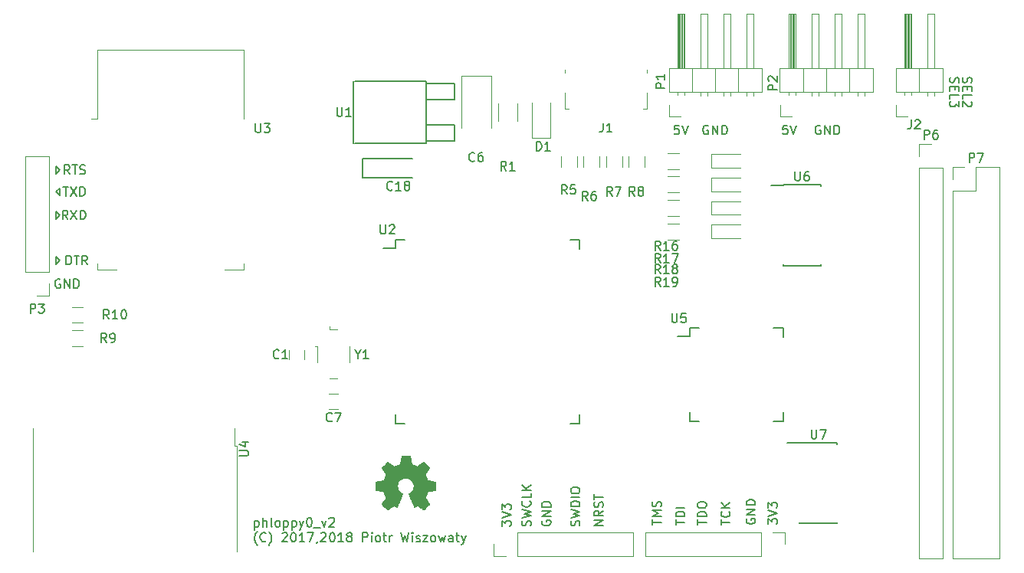
<source format=gbr>
%TF.GenerationSoftware,KiCad,Pcbnew,(5.0.0-rc2-dev-433-g81843c37a)*%
%TF.CreationDate,2018-08-17T12:44:53+02:00*%
%TF.ProjectId,phloppy_0,70686C6F7070795F302E6B696361645F,rev?*%
%TF.SameCoordinates,Original*%
%TF.FileFunction,Legend,Top*%
%TF.FilePolarity,Positive*%
%FSLAX46Y46*%
G04 Gerber Fmt 4.6, Leading zero omitted, Abs format (unit mm)*
G04 Created by KiCad (PCBNEW (5.0.0-rc2-dev-433-g81843c37a)) date Fri Aug 17 12:44:53 2018*
%MOMM*%
%LPD*%
G01*
G04 APERTURE LIST*
%ADD10C,0.150000*%
%ADD11C,0.200000*%
%ADD12C,0.120000*%
%ADD13C,0.010000*%
G04 APERTURE END LIST*
D10*
X123395238Y-21180952D02*
X123347619Y-21323809D01*
X123347619Y-21561904D01*
X123395238Y-21657142D01*
X123442857Y-21704761D01*
X123538095Y-21752380D01*
X123633333Y-21752380D01*
X123728571Y-21704761D01*
X123776190Y-21657142D01*
X123823809Y-21561904D01*
X123871428Y-21371428D01*
X123919047Y-21276190D01*
X123966666Y-21228571D01*
X124061904Y-21180952D01*
X124157142Y-21180952D01*
X124252380Y-21228571D01*
X124300000Y-21276190D01*
X124347619Y-21371428D01*
X124347619Y-21609523D01*
X124300000Y-21752380D01*
X123871428Y-22180952D02*
X123871428Y-22514285D01*
X123347619Y-22657142D02*
X123347619Y-22180952D01*
X124347619Y-22180952D01*
X124347619Y-22657142D01*
X123347619Y-23561904D02*
X123347619Y-23085714D01*
X124347619Y-23085714D01*
X124347619Y-23800000D02*
X124347619Y-24419047D01*
X123966666Y-24085714D01*
X123966666Y-24228571D01*
X123919047Y-24323809D01*
X123871428Y-24371428D01*
X123776190Y-24419047D01*
X123538095Y-24419047D01*
X123442857Y-24371428D01*
X123395238Y-24323809D01*
X123347619Y-24228571D01*
X123347619Y-23942857D01*
X123395238Y-23847619D01*
X123442857Y-23800000D01*
X124795238Y-21180952D02*
X124747619Y-21323809D01*
X124747619Y-21561904D01*
X124795238Y-21657142D01*
X124842857Y-21704761D01*
X124938095Y-21752380D01*
X125033333Y-21752380D01*
X125128571Y-21704761D01*
X125176190Y-21657142D01*
X125223809Y-21561904D01*
X125271428Y-21371428D01*
X125319047Y-21276190D01*
X125366666Y-21228571D01*
X125461904Y-21180952D01*
X125557142Y-21180952D01*
X125652380Y-21228571D01*
X125700000Y-21276190D01*
X125747619Y-21371428D01*
X125747619Y-21609523D01*
X125700000Y-21752380D01*
X125271428Y-22180952D02*
X125271428Y-22514285D01*
X124747619Y-22657142D02*
X124747619Y-22180952D01*
X125747619Y-22180952D01*
X125747619Y-22657142D01*
X124747619Y-23561904D02*
X124747619Y-23085714D01*
X125747619Y-23085714D01*
X125652380Y-23847619D02*
X125700000Y-23895238D01*
X125747619Y-23990476D01*
X125747619Y-24228571D01*
X125700000Y-24323809D01*
X125652380Y-24371428D01*
X125557142Y-24419047D01*
X125461904Y-24419047D01*
X125319047Y-24371428D01*
X124747619Y-23800000D01*
X124747619Y-24419047D01*
D11*
X24600000Y-41800000D02*
X24600000Y-41000000D01*
X24600000Y-41000000D02*
X25000000Y-41400000D01*
X25000000Y-41400000D02*
X24600000Y-41800000D01*
X24600000Y-36000000D02*
X25000000Y-36400000D01*
X25000000Y-36400000D02*
X24600000Y-36800000D01*
X24600000Y-36800000D02*
X24600000Y-36000000D01*
X25000000Y-34200000D02*
X24600000Y-33800000D01*
X25000000Y-33400000D02*
X25000000Y-34200000D01*
X24600000Y-33800000D02*
X25000000Y-33400000D01*
X24600000Y-31800000D02*
X24600000Y-31000000D01*
X25000000Y-31400000D02*
X24600000Y-31800000D01*
X24600000Y-31000000D02*
X25000000Y-31400000D01*
D10*
X46535595Y-70160714D02*
X46535595Y-71160714D01*
X46535595Y-70208333D02*
X46630833Y-70160714D01*
X46821309Y-70160714D01*
X46916547Y-70208333D01*
X46964166Y-70255952D01*
X47011785Y-70351190D01*
X47011785Y-70636904D01*
X46964166Y-70732142D01*
X46916547Y-70779761D01*
X46821309Y-70827380D01*
X46630833Y-70827380D01*
X46535595Y-70779761D01*
X47440357Y-70827380D02*
X47440357Y-69827380D01*
X47868928Y-70827380D02*
X47868928Y-70303571D01*
X47821309Y-70208333D01*
X47726071Y-70160714D01*
X47583214Y-70160714D01*
X47487976Y-70208333D01*
X47440357Y-70255952D01*
X48487976Y-70827380D02*
X48392738Y-70779761D01*
X48345119Y-70684523D01*
X48345119Y-69827380D01*
X49011785Y-70827380D02*
X48916547Y-70779761D01*
X48868928Y-70732142D01*
X48821309Y-70636904D01*
X48821309Y-70351190D01*
X48868928Y-70255952D01*
X48916547Y-70208333D01*
X49011785Y-70160714D01*
X49154642Y-70160714D01*
X49249880Y-70208333D01*
X49297500Y-70255952D01*
X49345119Y-70351190D01*
X49345119Y-70636904D01*
X49297500Y-70732142D01*
X49249880Y-70779761D01*
X49154642Y-70827380D01*
X49011785Y-70827380D01*
X49773690Y-70160714D02*
X49773690Y-71160714D01*
X49773690Y-70208333D02*
X49868928Y-70160714D01*
X50059404Y-70160714D01*
X50154642Y-70208333D01*
X50202261Y-70255952D01*
X50249880Y-70351190D01*
X50249880Y-70636904D01*
X50202261Y-70732142D01*
X50154642Y-70779761D01*
X50059404Y-70827380D01*
X49868928Y-70827380D01*
X49773690Y-70779761D01*
X50678452Y-70160714D02*
X50678452Y-71160714D01*
X50678452Y-70208333D02*
X50773690Y-70160714D01*
X50964166Y-70160714D01*
X51059404Y-70208333D01*
X51107023Y-70255952D01*
X51154642Y-70351190D01*
X51154642Y-70636904D01*
X51107023Y-70732142D01*
X51059404Y-70779761D01*
X50964166Y-70827380D01*
X50773690Y-70827380D01*
X50678452Y-70779761D01*
X51487976Y-70160714D02*
X51726071Y-70827380D01*
X51964166Y-70160714D02*
X51726071Y-70827380D01*
X51630833Y-71065476D01*
X51583214Y-71113095D01*
X51487976Y-71160714D01*
X52535595Y-69827380D02*
X52630833Y-69827380D01*
X52726071Y-69875000D01*
X52773690Y-69922619D01*
X52821309Y-70017857D01*
X52868928Y-70208333D01*
X52868928Y-70446428D01*
X52821309Y-70636904D01*
X52773690Y-70732142D01*
X52726071Y-70779761D01*
X52630833Y-70827380D01*
X52535595Y-70827380D01*
X52440357Y-70779761D01*
X52392738Y-70732142D01*
X52345119Y-70636904D01*
X52297500Y-70446428D01*
X52297500Y-70208333D01*
X52345119Y-70017857D01*
X52392738Y-69922619D01*
X52440357Y-69875000D01*
X52535595Y-69827380D01*
X53059404Y-70922619D02*
X53821309Y-70922619D01*
X53964166Y-70160714D02*
X54202261Y-70827380D01*
X54440357Y-70160714D01*
X54773690Y-69922619D02*
X54821309Y-69875000D01*
X54916547Y-69827380D01*
X55154642Y-69827380D01*
X55249880Y-69875000D01*
X55297500Y-69922619D01*
X55345119Y-70017857D01*
X55345119Y-70113095D01*
X55297500Y-70255952D01*
X54726071Y-70827380D01*
X55345119Y-70827380D01*
X46821309Y-72858333D02*
X46773690Y-72810714D01*
X46678452Y-72667857D01*
X46630833Y-72572619D01*
X46583214Y-72429761D01*
X46535595Y-72191666D01*
X46535595Y-72001190D01*
X46583214Y-71763095D01*
X46630833Y-71620238D01*
X46678452Y-71525000D01*
X46773690Y-71382142D01*
X46821309Y-71334523D01*
X47773690Y-72382142D02*
X47726071Y-72429761D01*
X47583214Y-72477380D01*
X47487976Y-72477380D01*
X47345119Y-72429761D01*
X47249880Y-72334523D01*
X47202261Y-72239285D01*
X47154642Y-72048809D01*
X47154642Y-71905952D01*
X47202261Y-71715476D01*
X47249880Y-71620238D01*
X47345119Y-71525000D01*
X47487976Y-71477380D01*
X47583214Y-71477380D01*
X47726071Y-71525000D01*
X47773690Y-71572619D01*
X48107023Y-72858333D02*
X48154642Y-72810714D01*
X48249880Y-72667857D01*
X48297500Y-72572619D01*
X48345119Y-72429761D01*
X48392738Y-72191666D01*
X48392738Y-72001190D01*
X48345119Y-71763095D01*
X48297500Y-71620238D01*
X48249880Y-71525000D01*
X48154642Y-71382142D01*
X48107023Y-71334523D01*
X49583214Y-71572619D02*
X49630833Y-71525000D01*
X49726071Y-71477380D01*
X49964166Y-71477380D01*
X50059404Y-71525000D01*
X50107023Y-71572619D01*
X50154642Y-71667857D01*
X50154642Y-71763095D01*
X50107023Y-71905952D01*
X49535595Y-72477380D01*
X50154642Y-72477380D01*
X50773690Y-71477380D02*
X50868928Y-71477380D01*
X50964166Y-71525000D01*
X51011785Y-71572619D01*
X51059404Y-71667857D01*
X51107023Y-71858333D01*
X51107023Y-72096428D01*
X51059404Y-72286904D01*
X51011785Y-72382142D01*
X50964166Y-72429761D01*
X50868928Y-72477380D01*
X50773690Y-72477380D01*
X50678452Y-72429761D01*
X50630833Y-72382142D01*
X50583214Y-72286904D01*
X50535595Y-72096428D01*
X50535595Y-71858333D01*
X50583214Y-71667857D01*
X50630833Y-71572619D01*
X50678452Y-71525000D01*
X50773690Y-71477380D01*
X52059404Y-72477380D02*
X51487976Y-72477380D01*
X51773690Y-72477380D02*
X51773690Y-71477380D01*
X51678452Y-71620238D01*
X51583214Y-71715476D01*
X51487976Y-71763095D01*
X52392738Y-71477380D02*
X53059404Y-71477380D01*
X52630833Y-72477380D01*
X53487976Y-72429761D02*
X53487976Y-72477380D01*
X53440357Y-72572619D01*
X53392738Y-72620238D01*
X53868928Y-71572619D02*
X53916547Y-71525000D01*
X54011785Y-71477380D01*
X54249880Y-71477380D01*
X54345119Y-71525000D01*
X54392738Y-71572619D01*
X54440357Y-71667857D01*
X54440357Y-71763095D01*
X54392738Y-71905952D01*
X53821309Y-72477380D01*
X54440357Y-72477380D01*
X55059404Y-71477380D02*
X55154642Y-71477380D01*
X55249880Y-71525000D01*
X55297500Y-71572619D01*
X55345119Y-71667857D01*
X55392738Y-71858333D01*
X55392738Y-72096428D01*
X55345119Y-72286904D01*
X55297500Y-72382142D01*
X55249880Y-72429761D01*
X55154642Y-72477380D01*
X55059404Y-72477380D01*
X54964166Y-72429761D01*
X54916547Y-72382142D01*
X54868928Y-72286904D01*
X54821309Y-72096428D01*
X54821309Y-71858333D01*
X54868928Y-71667857D01*
X54916547Y-71572619D01*
X54964166Y-71525000D01*
X55059404Y-71477380D01*
X56345119Y-72477380D02*
X55773690Y-72477380D01*
X56059404Y-72477380D02*
X56059404Y-71477380D01*
X55964166Y-71620238D01*
X55868928Y-71715476D01*
X55773690Y-71763095D01*
X56916547Y-71905952D02*
X56821309Y-71858333D01*
X56773690Y-71810714D01*
X56726071Y-71715476D01*
X56726071Y-71667857D01*
X56773690Y-71572619D01*
X56821309Y-71525000D01*
X56916547Y-71477380D01*
X57107023Y-71477380D01*
X57202261Y-71525000D01*
X57249880Y-71572619D01*
X57297500Y-71667857D01*
X57297500Y-71715476D01*
X57249880Y-71810714D01*
X57202261Y-71858333D01*
X57107023Y-71905952D01*
X56916547Y-71905952D01*
X56821309Y-71953571D01*
X56773690Y-72001190D01*
X56726071Y-72096428D01*
X56726071Y-72286904D01*
X56773690Y-72382142D01*
X56821309Y-72429761D01*
X56916547Y-72477380D01*
X57107023Y-72477380D01*
X57202261Y-72429761D01*
X57249880Y-72382142D01*
X57297500Y-72286904D01*
X57297500Y-72096428D01*
X57249880Y-72001190D01*
X57202261Y-71953571D01*
X57107023Y-71905952D01*
X58487976Y-72477380D02*
X58487976Y-71477380D01*
X58868928Y-71477380D01*
X58964166Y-71525000D01*
X59011785Y-71572619D01*
X59059404Y-71667857D01*
X59059404Y-71810714D01*
X59011785Y-71905952D01*
X58964166Y-71953571D01*
X58868928Y-72001190D01*
X58487976Y-72001190D01*
X59487976Y-72477380D02*
X59487976Y-71810714D01*
X59487976Y-71477380D02*
X59440357Y-71525000D01*
X59487976Y-71572619D01*
X59535595Y-71525000D01*
X59487976Y-71477380D01*
X59487976Y-71572619D01*
X60107023Y-72477380D02*
X60011785Y-72429761D01*
X59964166Y-72382142D01*
X59916547Y-72286904D01*
X59916547Y-72001190D01*
X59964166Y-71905952D01*
X60011785Y-71858333D01*
X60107023Y-71810714D01*
X60249880Y-71810714D01*
X60345119Y-71858333D01*
X60392738Y-71905952D01*
X60440357Y-72001190D01*
X60440357Y-72286904D01*
X60392738Y-72382142D01*
X60345119Y-72429761D01*
X60249880Y-72477380D01*
X60107023Y-72477380D01*
X60726071Y-71810714D02*
X61107023Y-71810714D01*
X60868928Y-71477380D02*
X60868928Y-72334523D01*
X60916547Y-72429761D01*
X61011785Y-72477380D01*
X61107023Y-72477380D01*
X61440357Y-72477380D02*
X61440357Y-71810714D01*
X61440357Y-72001190D02*
X61487976Y-71905952D01*
X61535595Y-71858333D01*
X61630833Y-71810714D01*
X61726071Y-71810714D01*
X62726071Y-71477380D02*
X62964166Y-72477380D01*
X63154642Y-71763095D01*
X63345119Y-72477380D01*
X63583214Y-71477380D01*
X63964166Y-72477380D02*
X63964166Y-71810714D01*
X63964166Y-71477380D02*
X63916547Y-71525000D01*
X63964166Y-71572619D01*
X64011785Y-71525000D01*
X63964166Y-71477380D01*
X63964166Y-71572619D01*
X64392738Y-72429761D02*
X64487976Y-72477380D01*
X64678452Y-72477380D01*
X64773690Y-72429761D01*
X64821309Y-72334523D01*
X64821309Y-72286904D01*
X64773690Y-72191666D01*
X64678452Y-72144047D01*
X64535595Y-72144047D01*
X64440357Y-72096428D01*
X64392738Y-72001190D01*
X64392738Y-71953571D01*
X64440357Y-71858333D01*
X64535595Y-71810714D01*
X64678452Y-71810714D01*
X64773690Y-71858333D01*
X65154642Y-71810714D02*
X65678452Y-71810714D01*
X65154642Y-72477380D01*
X65678452Y-72477380D01*
X66202261Y-72477380D02*
X66107023Y-72429761D01*
X66059404Y-72382142D01*
X66011785Y-72286904D01*
X66011785Y-72001190D01*
X66059404Y-71905952D01*
X66107023Y-71858333D01*
X66202261Y-71810714D01*
X66345119Y-71810714D01*
X66440357Y-71858333D01*
X66487976Y-71905952D01*
X66535595Y-72001190D01*
X66535595Y-72286904D01*
X66487976Y-72382142D01*
X66440357Y-72429761D01*
X66345119Y-72477380D01*
X66202261Y-72477380D01*
X66868928Y-71810714D02*
X67059404Y-72477380D01*
X67249880Y-72001190D01*
X67440357Y-72477380D01*
X67630833Y-71810714D01*
X68440357Y-72477380D02*
X68440357Y-71953571D01*
X68392738Y-71858333D01*
X68297500Y-71810714D01*
X68107023Y-71810714D01*
X68011785Y-71858333D01*
X68440357Y-72429761D02*
X68345119Y-72477380D01*
X68107023Y-72477380D01*
X68011785Y-72429761D01*
X67964166Y-72334523D01*
X67964166Y-72239285D01*
X68011785Y-72144047D01*
X68107023Y-72096428D01*
X68345119Y-72096428D01*
X68440357Y-72048809D01*
X68773690Y-71810714D02*
X69154642Y-71810714D01*
X68916547Y-71477380D02*
X68916547Y-72334523D01*
X68964166Y-72429761D01*
X69059404Y-72477380D01*
X69154642Y-72477380D01*
X69392738Y-71810714D02*
X69630833Y-72477380D01*
X69868928Y-71810714D02*
X69630833Y-72477380D01*
X69535595Y-72715476D01*
X69487976Y-72763095D01*
X69392738Y-72810714D01*
X25059404Y-43500000D02*
X24964166Y-43452380D01*
X24821309Y-43452380D01*
X24678452Y-43500000D01*
X24583214Y-43595238D01*
X24535595Y-43690476D01*
X24487976Y-43880952D01*
X24487976Y-44023809D01*
X24535595Y-44214285D01*
X24583214Y-44309523D01*
X24678452Y-44404761D01*
X24821309Y-44452380D01*
X24916547Y-44452380D01*
X25059404Y-44404761D01*
X25107023Y-44357142D01*
X25107023Y-44023809D01*
X24916547Y-44023809D01*
X25535595Y-44452380D02*
X25535595Y-43452380D01*
X26107023Y-44452380D01*
X26107023Y-43452380D01*
X26583214Y-44452380D02*
X26583214Y-43452380D01*
X26821309Y-43452380D01*
X26964166Y-43500000D01*
X27059404Y-43595238D01*
X27107023Y-43690476D01*
X27154642Y-43880952D01*
X27154642Y-44023809D01*
X27107023Y-44214285D01*
X27059404Y-44309523D01*
X26964166Y-44404761D01*
X26821309Y-44452380D01*
X26583214Y-44452380D01*
X25735595Y-41852380D02*
X25735595Y-40852380D01*
X25973690Y-40852380D01*
X26116547Y-40900000D01*
X26211785Y-40995238D01*
X26259404Y-41090476D01*
X26307023Y-41280952D01*
X26307023Y-41423809D01*
X26259404Y-41614285D01*
X26211785Y-41709523D01*
X26116547Y-41804761D01*
X25973690Y-41852380D01*
X25735595Y-41852380D01*
X26592738Y-40852380D02*
X27164166Y-40852380D01*
X26878452Y-41852380D02*
X26878452Y-40852380D01*
X28068928Y-41852380D02*
X27735595Y-41376190D01*
X27497500Y-41852380D02*
X27497500Y-40852380D01*
X27878452Y-40852380D01*
X27973690Y-40900000D01*
X28021309Y-40947619D01*
X28068928Y-41042857D01*
X28068928Y-41185714D01*
X28021309Y-41280952D01*
X27973690Y-41328571D01*
X27878452Y-41376190D01*
X27497500Y-41376190D01*
X25392738Y-33252380D02*
X25964166Y-33252380D01*
X25678452Y-34252380D02*
X25678452Y-33252380D01*
X26202261Y-33252380D02*
X26868928Y-34252380D01*
X26868928Y-33252380D02*
X26202261Y-34252380D01*
X27249880Y-34252380D02*
X27249880Y-33252380D01*
X27487976Y-33252380D01*
X27630833Y-33300000D01*
X27726071Y-33395238D01*
X27773690Y-33490476D01*
X27821309Y-33680952D01*
X27821309Y-33823809D01*
X27773690Y-34014285D01*
X27726071Y-34109523D01*
X27630833Y-34204761D01*
X27487976Y-34252380D01*
X27249880Y-34252380D01*
X25907023Y-36852380D02*
X25573690Y-36376190D01*
X25335595Y-36852380D02*
X25335595Y-35852380D01*
X25716547Y-35852380D01*
X25811785Y-35900000D01*
X25859404Y-35947619D01*
X25907023Y-36042857D01*
X25907023Y-36185714D01*
X25859404Y-36280952D01*
X25811785Y-36328571D01*
X25716547Y-36376190D01*
X25335595Y-36376190D01*
X26240357Y-35852380D02*
X26907023Y-36852380D01*
X26907023Y-35852380D02*
X26240357Y-36852380D01*
X27287976Y-36852380D02*
X27287976Y-35852380D01*
X27526071Y-35852380D01*
X27668928Y-35900000D01*
X27764166Y-35995238D01*
X27811785Y-36090476D01*
X27859404Y-36280952D01*
X27859404Y-36423809D01*
X27811785Y-36614285D01*
X27764166Y-36709523D01*
X27668928Y-36804761D01*
X27526071Y-36852380D01*
X27287976Y-36852380D01*
X26107023Y-31852380D02*
X25773690Y-31376190D01*
X25535595Y-31852380D02*
X25535595Y-30852380D01*
X25916547Y-30852380D01*
X26011785Y-30900000D01*
X26059404Y-30947619D01*
X26107023Y-31042857D01*
X26107023Y-31185714D01*
X26059404Y-31280952D01*
X26011785Y-31328571D01*
X25916547Y-31376190D01*
X25535595Y-31376190D01*
X26392738Y-30852380D02*
X26964166Y-30852380D01*
X26678452Y-31852380D02*
X26678452Y-30852380D01*
X27249880Y-31804761D02*
X27392738Y-31852380D01*
X27630833Y-31852380D01*
X27726071Y-31804761D01*
X27773690Y-31757142D01*
X27821309Y-31661904D01*
X27821309Y-31566666D01*
X27773690Y-31471428D01*
X27726071Y-31423809D01*
X27630833Y-31376190D01*
X27440357Y-31328571D01*
X27345119Y-31280952D01*
X27297500Y-31233333D01*
X27249880Y-31138095D01*
X27249880Y-31042857D01*
X27297500Y-30947619D01*
X27345119Y-30900000D01*
X27440357Y-30852380D01*
X27678452Y-30852380D01*
X27821309Y-30900000D01*
X103252380Y-70559642D02*
X103252380Y-69940595D01*
X103633333Y-70273928D01*
X103633333Y-70131071D01*
X103680952Y-70035833D01*
X103728571Y-69988214D01*
X103823809Y-69940595D01*
X104061904Y-69940595D01*
X104157142Y-69988214D01*
X104204761Y-70035833D01*
X104252380Y-70131071D01*
X104252380Y-70416785D01*
X104204761Y-70512023D01*
X104157142Y-70559642D01*
X103252380Y-69654880D02*
X104252380Y-69321547D01*
X103252380Y-68988214D01*
X103252380Y-68750119D02*
X103252380Y-68131071D01*
X103633333Y-68464404D01*
X103633333Y-68321547D01*
X103680952Y-68226309D01*
X103728571Y-68178690D01*
X103823809Y-68131071D01*
X104061904Y-68131071D01*
X104157142Y-68178690D01*
X104204761Y-68226309D01*
X104252380Y-68321547D01*
X104252380Y-68607261D01*
X104204761Y-68702500D01*
X104157142Y-68750119D01*
X100900000Y-69940595D02*
X100852380Y-70035833D01*
X100852380Y-70178690D01*
X100900000Y-70321547D01*
X100995238Y-70416785D01*
X101090476Y-70464404D01*
X101280952Y-70512023D01*
X101423809Y-70512023D01*
X101614285Y-70464404D01*
X101709523Y-70416785D01*
X101804761Y-70321547D01*
X101852380Y-70178690D01*
X101852380Y-70083452D01*
X101804761Y-69940595D01*
X101757142Y-69892976D01*
X101423809Y-69892976D01*
X101423809Y-70083452D01*
X101852380Y-69464404D02*
X100852380Y-69464404D01*
X101852380Y-68892976D01*
X100852380Y-68892976D01*
X101852380Y-68416785D02*
X100852380Y-68416785D01*
X100852380Y-68178690D01*
X100900000Y-68035833D01*
X100995238Y-67940595D01*
X101090476Y-67892976D01*
X101280952Y-67845357D01*
X101423809Y-67845357D01*
X101614285Y-67892976D01*
X101709523Y-67940595D01*
X101804761Y-68035833D01*
X101852380Y-68178690D01*
X101852380Y-68416785D01*
X98052380Y-70607261D02*
X98052380Y-70035833D01*
X99052380Y-70321547D02*
X98052380Y-70321547D01*
X98957142Y-69131071D02*
X99004761Y-69178690D01*
X99052380Y-69321547D01*
X99052380Y-69416785D01*
X99004761Y-69559642D01*
X98909523Y-69654880D01*
X98814285Y-69702500D01*
X98623809Y-69750119D01*
X98480952Y-69750119D01*
X98290476Y-69702500D01*
X98195238Y-69654880D01*
X98100000Y-69559642D01*
X98052380Y-69416785D01*
X98052380Y-69321547D01*
X98100000Y-69178690D01*
X98147619Y-69131071D01*
X99052380Y-68702500D02*
X98052380Y-68702500D01*
X99052380Y-68131071D02*
X98480952Y-68559642D01*
X98052380Y-68131071D02*
X98623809Y-68702500D01*
X95452380Y-70607261D02*
X95452380Y-70035833D01*
X96452380Y-70321547D02*
X95452380Y-70321547D01*
X96452380Y-69702500D02*
X95452380Y-69702500D01*
X95452380Y-69464404D01*
X95500000Y-69321547D01*
X95595238Y-69226309D01*
X95690476Y-69178690D01*
X95880952Y-69131071D01*
X96023809Y-69131071D01*
X96214285Y-69178690D01*
X96309523Y-69226309D01*
X96404761Y-69321547D01*
X96452380Y-69464404D01*
X96452380Y-69702500D01*
X95452380Y-68512023D02*
X95452380Y-68321547D01*
X95500000Y-68226309D01*
X95595238Y-68131071D01*
X95785714Y-68083452D01*
X96119047Y-68083452D01*
X96309523Y-68131071D01*
X96404761Y-68226309D01*
X96452380Y-68321547D01*
X96452380Y-68512023D01*
X96404761Y-68607261D01*
X96309523Y-68702500D01*
X96119047Y-68750119D01*
X95785714Y-68750119D01*
X95595238Y-68702500D01*
X95500000Y-68607261D01*
X95452380Y-68512023D01*
X93052380Y-70607261D02*
X93052380Y-70035833D01*
X94052380Y-70321547D02*
X93052380Y-70321547D01*
X94052380Y-69702500D02*
X93052380Y-69702500D01*
X93052380Y-69464404D01*
X93100000Y-69321547D01*
X93195238Y-69226309D01*
X93290476Y-69178690D01*
X93480952Y-69131071D01*
X93623809Y-69131071D01*
X93814285Y-69178690D01*
X93909523Y-69226309D01*
X94004761Y-69321547D01*
X94052380Y-69464404D01*
X94052380Y-69702500D01*
X94052380Y-68702500D02*
X93052380Y-68702500D01*
X90452380Y-70607261D02*
X90452380Y-70035833D01*
X91452380Y-70321547D02*
X90452380Y-70321547D01*
X91452380Y-69702500D02*
X90452380Y-69702500D01*
X91166666Y-69369166D01*
X90452380Y-69035833D01*
X91452380Y-69035833D01*
X91404761Y-68607261D02*
X91452380Y-68464404D01*
X91452380Y-68226309D01*
X91404761Y-68131071D01*
X91357142Y-68083452D01*
X91261904Y-68035833D01*
X91166666Y-68035833D01*
X91071428Y-68083452D01*
X91023809Y-68131071D01*
X90976190Y-68226309D01*
X90928571Y-68416785D01*
X90880952Y-68512023D01*
X90833333Y-68559642D01*
X90738095Y-68607261D01*
X90642857Y-68607261D01*
X90547619Y-68559642D01*
X90500000Y-68512023D01*
X90452380Y-68416785D01*
X90452380Y-68178690D01*
X90500000Y-68035833D01*
X85052380Y-70664404D02*
X84052380Y-70664404D01*
X85052380Y-70092976D01*
X84052380Y-70092976D01*
X85052380Y-69045357D02*
X84576190Y-69378690D01*
X85052380Y-69616785D02*
X84052380Y-69616785D01*
X84052380Y-69235833D01*
X84100000Y-69140595D01*
X84147619Y-69092976D01*
X84242857Y-69045357D01*
X84385714Y-69045357D01*
X84480952Y-69092976D01*
X84528571Y-69140595D01*
X84576190Y-69235833D01*
X84576190Y-69616785D01*
X85004761Y-68664404D02*
X85052380Y-68521547D01*
X85052380Y-68283452D01*
X85004761Y-68188214D01*
X84957142Y-68140595D01*
X84861904Y-68092976D01*
X84766666Y-68092976D01*
X84671428Y-68140595D01*
X84623809Y-68188214D01*
X84576190Y-68283452D01*
X84528571Y-68473928D01*
X84480952Y-68569166D01*
X84433333Y-68616785D01*
X84338095Y-68664404D01*
X84242857Y-68664404D01*
X84147619Y-68616785D01*
X84100000Y-68569166D01*
X84052380Y-68473928D01*
X84052380Y-68235833D01*
X84100000Y-68092976D01*
X84052380Y-67807261D02*
X84052380Y-67235833D01*
X85052380Y-67521547D02*
X84052380Y-67521547D01*
X82404761Y-70712023D02*
X82452380Y-70569166D01*
X82452380Y-70331071D01*
X82404761Y-70235833D01*
X82357142Y-70188214D01*
X82261904Y-70140595D01*
X82166666Y-70140595D01*
X82071428Y-70188214D01*
X82023809Y-70235833D01*
X81976190Y-70331071D01*
X81928571Y-70521547D01*
X81880952Y-70616785D01*
X81833333Y-70664404D01*
X81738095Y-70712023D01*
X81642857Y-70712023D01*
X81547619Y-70664404D01*
X81500000Y-70616785D01*
X81452380Y-70521547D01*
X81452380Y-70283452D01*
X81500000Y-70140595D01*
X81452380Y-69807261D02*
X82452380Y-69569166D01*
X81738095Y-69378690D01*
X82452380Y-69188214D01*
X81452380Y-68950119D01*
X82452380Y-68569166D02*
X81452380Y-68569166D01*
X81452380Y-68331071D01*
X81500000Y-68188214D01*
X81595238Y-68092976D01*
X81690476Y-68045357D01*
X81880952Y-67997738D01*
X82023809Y-67997738D01*
X82214285Y-68045357D01*
X82309523Y-68092976D01*
X82404761Y-68188214D01*
X82452380Y-68331071D01*
X82452380Y-68569166D01*
X82452380Y-67569166D02*
X81452380Y-67569166D01*
X81452380Y-66902500D02*
X81452380Y-66712023D01*
X81500000Y-66616785D01*
X81595238Y-66521547D01*
X81785714Y-66473928D01*
X82119047Y-66473928D01*
X82309523Y-66521547D01*
X82404761Y-66616785D01*
X82452380Y-66712023D01*
X82452380Y-66902500D01*
X82404761Y-66997738D01*
X82309523Y-67092976D01*
X82119047Y-67140595D01*
X81785714Y-67140595D01*
X81595238Y-67092976D01*
X81500000Y-66997738D01*
X81452380Y-66902500D01*
X78300000Y-70140595D02*
X78252380Y-70235833D01*
X78252380Y-70378690D01*
X78300000Y-70521547D01*
X78395238Y-70616785D01*
X78490476Y-70664404D01*
X78680952Y-70712023D01*
X78823809Y-70712023D01*
X79014285Y-70664404D01*
X79109523Y-70616785D01*
X79204761Y-70521547D01*
X79252380Y-70378690D01*
X79252380Y-70283452D01*
X79204761Y-70140595D01*
X79157142Y-70092976D01*
X78823809Y-70092976D01*
X78823809Y-70283452D01*
X79252380Y-69664404D02*
X78252380Y-69664404D01*
X79252380Y-69092976D01*
X78252380Y-69092976D01*
X79252380Y-68616785D02*
X78252380Y-68616785D01*
X78252380Y-68378690D01*
X78300000Y-68235833D01*
X78395238Y-68140595D01*
X78490476Y-68092976D01*
X78680952Y-68045357D01*
X78823809Y-68045357D01*
X79014285Y-68092976D01*
X79109523Y-68140595D01*
X79204761Y-68235833D01*
X79252380Y-68378690D01*
X79252380Y-68616785D01*
X77004761Y-70712023D02*
X77052380Y-70569166D01*
X77052380Y-70331071D01*
X77004761Y-70235833D01*
X76957142Y-70188214D01*
X76861904Y-70140595D01*
X76766666Y-70140595D01*
X76671428Y-70188214D01*
X76623809Y-70235833D01*
X76576190Y-70331071D01*
X76528571Y-70521547D01*
X76480952Y-70616785D01*
X76433333Y-70664404D01*
X76338095Y-70712023D01*
X76242857Y-70712023D01*
X76147619Y-70664404D01*
X76100000Y-70616785D01*
X76052380Y-70521547D01*
X76052380Y-70283452D01*
X76100000Y-70140595D01*
X76052380Y-69807261D02*
X77052380Y-69569166D01*
X76338095Y-69378690D01*
X77052380Y-69188214D01*
X76052380Y-68950119D01*
X76957142Y-67997738D02*
X77004761Y-68045357D01*
X77052380Y-68188214D01*
X77052380Y-68283452D01*
X77004761Y-68426309D01*
X76909523Y-68521547D01*
X76814285Y-68569166D01*
X76623809Y-68616785D01*
X76480952Y-68616785D01*
X76290476Y-68569166D01*
X76195238Y-68521547D01*
X76100000Y-68426309D01*
X76052380Y-68283452D01*
X76052380Y-68188214D01*
X76100000Y-68045357D01*
X76147619Y-67997738D01*
X77052380Y-67092976D02*
X77052380Y-67569166D01*
X76052380Y-67569166D01*
X77052380Y-66759642D02*
X76052380Y-66759642D01*
X77052380Y-66188214D02*
X76480952Y-66616785D01*
X76052380Y-66188214D02*
X76623809Y-66759642D01*
X73852380Y-70759642D02*
X73852380Y-70140595D01*
X74233333Y-70473928D01*
X74233333Y-70331071D01*
X74280952Y-70235833D01*
X74328571Y-70188214D01*
X74423809Y-70140595D01*
X74661904Y-70140595D01*
X74757142Y-70188214D01*
X74804761Y-70235833D01*
X74852380Y-70331071D01*
X74852380Y-70616785D01*
X74804761Y-70712023D01*
X74757142Y-70759642D01*
X73852380Y-69854880D02*
X74852380Y-69521547D01*
X73852380Y-69188214D01*
X73852380Y-68950119D02*
X73852380Y-68331071D01*
X74233333Y-68664404D01*
X74233333Y-68521547D01*
X74280952Y-68426309D01*
X74328571Y-68378690D01*
X74423809Y-68331071D01*
X74661904Y-68331071D01*
X74757142Y-68378690D01*
X74804761Y-68426309D01*
X74852380Y-68521547D01*
X74852380Y-68807261D01*
X74804761Y-68902500D01*
X74757142Y-68950119D01*
X109038095Y-26500000D02*
X108942857Y-26452380D01*
X108800000Y-26452380D01*
X108657142Y-26500000D01*
X108561904Y-26595238D01*
X108514285Y-26690476D01*
X108466666Y-26880952D01*
X108466666Y-27023809D01*
X108514285Y-27214285D01*
X108561904Y-27309523D01*
X108657142Y-27404761D01*
X108800000Y-27452380D01*
X108895238Y-27452380D01*
X109038095Y-27404761D01*
X109085714Y-27357142D01*
X109085714Y-27023809D01*
X108895238Y-27023809D01*
X109514285Y-27452380D02*
X109514285Y-26452380D01*
X110085714Y-27452380D01*
X110085714Y-26452380D01*
X110561904Y-27452380D02*
X110561904Y-26452380D01*
X110800000Y-26452380D01*
X110942857Y-26500000D01*
X111038095Y-26595238D01*
X111085714Y-26690476D01*
X111133333Y-26880952D01*
X111133333Y-27023809D01*
X111085714Y-27214285D01*
X111038095Y-27309523D01*
X110942857Y-27404761D01*
X110800000Y-27452380D01*
X110561904Y-27452380D01*
X96638095Y-26500000D02*
X96542857Y-26452380D01*
X96400000Y-26452380D01*
X96257142Y-26500000D01*
X96161904Y-26595238D01*
X96114285Y-26690476D01*
X96066666Y-26880952D01*
X96066666Y-27023809D01*
X96114285Y-27214285D01*
X96161904Y-27309523D01*
X96257142Y-27404761D01*
X96400000Y-27452380D01*
X96495238Y-27452380D01*
X96638095Y-27404761D01*
X96685714Y-27357142D01*
X96685714Y-27023809D01*
X96495238Y-27023809D01*
X97114285Y-27452380D02*
X97114285Y-26452380D01*
X97685714Y-27452380D01*
X97685714Y-26452380D01*
X98161904Y-27452380D02*
X98161904Y-26452380D01*
X98400000Y-26452380D01*
X98542857Y-26500000D01*
X98638095Y-26595238D01*
X98685714Y-26690476D01*
X98733333Y-26880952D01*
X98733333Y-27023809D01*
X98685714Y-27214285D01*
X98638095Y-27309523D01*
X98542857Y-27404761D01*
X98400000Y-27452380D01*
X98161904Y-27452380D01*
X105409523Y-26452380D02*
X104933333Y-26452380D01*
X104885714Y-26928571D01*
X104933333Y-26880952D01*
X105028571Y-26833333D01*
X105266666Y-26833333D01*
X105361904Y-26880952D01*
X105409523Y-26928571D01*
X105457142Y-27023809D01*
X105457142Y-27261904D01*
X105409523Y-27357142D01*
X105361904Y-27404761D01*
X105266666Y-27452380D01*
X105028571Y-27452380D01*
X104933333Y-27404761D01*
X104885714Y-27357142D01*
X105742857Y-26452380D02*
X106076190Y-27452380D01*
X106409523Y-26452380D01*
X93409523Y-26452380D02*
X92933333Y-26452380D01*
X92885714Y-26928571D01*
X92933333Y-26880952D01*
X93028571Y-26833333D01*
X93266666Y-26833333D01*
X93361904Y-26880952D01*
X93409523Y-26928571D01*
X93457142Y-27023809D01*
X93457142Y-27261904D01*
X93409523Y-27357142D01*
X93361904Y-27404761D01*
X93266666Y-27452380D01*
X93028571Y-27452380D01*
X92933333Y-27404761D01*
X92885714Y-27357142D01*
X93742857Y-26452380D02*
X94076190Y-27452380D01*
X94409523Y-26452380D01*
D12*
%TO.C,P6*%
X119920000Y-28530000D02*
X121250000Y-28530000D01*
X119920000Y-29860000D02*
X119920000Y-28530000D01*
X119920000Y-31130000D02*
X122580000Y-31130000D01*
X122580000Y-31130000D02*
X122580000Y-74370000D01*
X119920000Y-31130000D02*
X119920000Y-74370000D01*
X119920000Y-74370000D02*
X122580000Y-74370000D01*
D10*
%TO.C,U2*%
X62075000Y-39075000D02*
X62075000Y-40050000D01*
X82425000Y-39075000D02*
X82425000Y-40125000D01*
X82425000Y-59425000D02*
X82425000Y-58375000D01*
X62075000Y-59425000D02*
X62075000Y-58375000D01*
X62075000Y-39075000D02*
X63125000Y-39075000D01*
X62075000Y-59425000D02*
X63125000Y-59425000D01*
X82425000Y-59425000D02*
X81375000Y-59425000D01*
X82425000Y-39075000D02*
X81375000Y-39075000D01*
X62075000Y-40050000D02*
X60775000Y-40050000D01*
D12*
%TO.C,C1*%
X52050000Y-52300000D02*
X52050000Y-51300000D01*
X50350000Y-51300000D02*
X50350000Y-52300000D01*
%TO.C,C6*%
X72650000Y-20950000D02*
X72650000Y-26750000D01*
X69350000Y-20950000D02*
X69350000Y-26750000D01*
X72650000Y-20950000D02*
X69350000Y-20950000D01*
%TO.C,C7*%
X54750000Y-57850000D02*
X55750000Y-57850000D01*
X55750000Y-56150000D02*
X54750000Y-56150000D01*
%TO.C,R1*%
X73430000Y-26000000D02*
X73430000Y-24000000D01*
X75570000Y-24000000D02*
X75570000Y-26000000D01*
%TO.C,R5*%
X82130000Y-29850000D02*
X82130000Y-31050000D01*
X80370000Y-31050000D02*
X80370000Y-29850000D01*
%TO.C,R6*%
X82870000Y-31050000D02*
X82870000Y-29850000D01*
X84630000Y-29850000D02*
X84630000Y-31050000D01*
%TO.C,R7*%
X85370000Y-31050000D02*
X85370000Y-29850000D01*
X87130000Y-29850000D02*
X87130000Y-31050000D01*
%TO.C,R8*%
X87870000Y-31050000D02*
X87870000Y-29850000D01*
X89630000Y-29850000D02*
X89630000Y-31050000D01*
%TO.C,R9*%
X26400000Y-49120000D02*
X27600000Y-49120000D01*
X27600000Y-50880000D02*
X26400000Y-50880000D01*
%TO.C,R10*%
X26400000Y-46520000D02*
X27600000Y-46520000D01*
X27600000Y-48280000D02*
X26400000Y-48280000D01*
D10*
%TO.C,U1*%
X65476000Y-23603000D02*
X68651000Y-23603000D01*
X68651000Y-23603000D02*
X68651000Y-21825000D01*
X68651000Y-21825000D02*
X65476000Y-21825000D01*
X65476000Y-28175000D02*
X68651000Y-28175000D01*
X68651000Y-28175000D02*
X68651000Y-26397000D01*
X68651000Y-26397000D02*
X65476000Y-26397000D01*
X59380000Y-21571000D02*
X65476000Y-21571000D01*
X65476000Y-21571000D02*
X65476000Y-28429000D01*
X65476000Y-28429000D02*
X57602000Y-28429000D01*
X57475000Y-28429000D02*
X57475000Y-21571000D01*
X57602000Y-21571000D02*
X59380000Y-21571000D01*
D12*
%TO.C,U3*%
X29130000Y-18130000D02*
X45370000Y-18130000D01*
X45370000Y-18130000D02*
X45370000Y-25750000D01*
X45370000Y-41750000D02*
X45370000Y-42370000D01*
X45370000Y-42370000D02*
X43250000Y-42370000D01*
X31250000Y-42370000D02*
X29130000Y-42370000D01*
X29130000Y-42370000D02*
X29130000Y-41750000D01*
X29130000Y-25750000D02*
X29130000Y-18130000D01*
X29130000Y-25750000D02*
X28520000Y-25750000D01*
D10*
%TO.C,U5*%
X94575000Y-49775000D02*
X93300000Y-49775000D01*
X104925000Y-48825000D02*
X103875000Y-48825000D01*
X104925000Y-59175000D02*
X103875000Y-59175000D01*
X94575000Y-59175000D02*
X95625000Y-59175000D01*
X94575000Y-48825000D02*
X95625000Y-48825000D01*
X94575000Y-59175000D02*
X94575000Y-58125000D01*
X104925000Y-59175000D02*
X104925000Y-58125000D01*
X104925000Y-48825000D02*
X104925000Y-49875000D01*
X94575000Y-48825000D02*
X94575000Y-49775000D01*
D12*
%TO.C,U4*%
X44550000Y-61850000D02*
X44350000Y-61850000D01*
X44550000Y-61850000D02*
X44550000Y-73550000D01*
X22050000Y-59950000D02*
X22050000Y-73550000D01*
X44350000Y-61850000D02*
X44350000Y-59950000D01*
D10*
%TO.C,U6*%
X104925000Y-33075000D02*
X103550000Y-33075000D01*
X104925000Y-41950000D02*
X109075000Y-41950000D01*
X104925000Y-33050000D02*
X109075000Y-33050000D01*
X104925000Y-41950000D02*
X104925000Y-41835000D01*
X109075000Y-41950000D02*
X109075000Y-41835000D01*
X109075000Y-33050000D02*
X109075000Y-33165000D01*
X104925000Y-33050000D02*
X104925000Y-33075000D01*
D12*
%TO.C,LED1*%
X100200000Y-31150000D02*
X97000000Y-31150000D01*
X97000000Y-29650000D02*
X100200000Y-29650000D01*
X97000000Y-29650000D02*
X97000000Y-31150000D01*
%TO.C,LED2*%
X100200000Y-33750000D02*
X97000000Y-33750000D01*
X97000000Y-32250000D02*
X100200000Y-32250000D01*
X97000000Y-32250000D02*
X97000000Y-33750000D01*
%TO.C,LED3*%
X100200000Y-36350000D02*
X97000000Y-36350000D01*
X97000000Y-34850000D02*
X100200000Y-34850000D01*
X97000000Y-34850000D02*
X97000000Y-36350000D01*
%TO.C,LED4*%
X100200000Y-38950000D02*
X97000000Y-38950000D01*
X97000000Y-37450000D02*
X100200000Y-37450000D01*
X97000000Y-37450000D02*
X97000000Y-38950000D01*
%TO.C,R16*%
X92200000Y-29520000D02*
X93400000Y-29520000D01*
X93400000Y-31280000D02*
X92200000Y-31280000D01*
%TO.C,R17*%
X92200000Y-32120000D02*
X93400000Y-32120000D01*
X93400000Y-33880000D02*
X92200000Y-33880000D01*
%TO.C,R18*%
X92200000Y-34720000D02*
X93400000Y-34720000D01*
X93400000Y-36480000D02*
X92200000Y-36480000D01*
%TO.C,R19*%
X92200000Y-37320000D02*
X93400000Y-37320000D01*
X93400000Y-39080000D02*
X92200000Y-39080000D01*
%TO.C,P1*%
X92300000Y-22810000D02*
X102580000Y-22810000D01*
X102580000Y-22810000D02*
X102580000Y-20150000D01*
X102580000Y-20150000D02*
X92300000Y-20150000D01*
X92300000Y-20150000D02*
X92300000Y-22810000D01*
X93250000Y-20150000D02*
X93250000Y-14150000D01*
X93250000Y-14150000D02*
X94010000Y-14150000D01*
X94010000Y-14150000D02*
X94010000Y-20150000D01*
X93310000Y-20150000D02*
X93310000Y-14150000D01*
X93430000Y-20150000D02*
X93430000Y-14150000D01*
X93550000Y-20150000D02*
X93550000Y-14150000D01*
X93670000Y-20150000D02*
X93670000Y-14150000D01*
X93790000Y-20150000D02*
X93790000Y-14150000D01*
X93910000Y-20150000D02*
X93910000Y-14150000D01*
X93250000Y-23140000D02*
X93250000Y-22810000D01*
X94010000Y-23140000D02*
X94010000Y-22810000D01*
X94900000Y-22810000D02*
X94900000Y-20150000D01*
X95790000Y-20150000D02*
X95790000Y-14150000D01*
X95790000Y-14150000D02*
X96550000Y-14150000D01*
X96550000Y-14150000D02*
X96550000Y-20150000D01*
X95790000Y-23207071D02*
X95790000Y-22810000D01*
X96550000Y-23207071D02*
X96550000Y-22810000D01*
X97440000Y-22810000D02*
X97440000Y-20150000D01*
X98330000Y-20150000D02*
X98330000Y-14150000D01*
X98330000Y-14150000D02*
X99090000Y-14150000D01*
X99090000Y-14150000D02*
X99090000Y-20150000D01*
X98330000Y-23207071D02*
X98330000Y-22810000D01*
X99090000Y-23207071D02*
X99090000Y-22810000D01*
X99980000Y-22810000D02*
X99980000Y-20150000D01*
X100870000Y-20150000D02*
X100870000Y-14150000D01*
X100870000Y-14150000D02*
X101630000Y-14150000D01*
X101630000Y-14150000D02*
X101630000Y-20150000D01*
X100870000Y-23207071D02*
X100870000Y-22810000D01*
X101630000Y-23207071D02*
X101630000Y-22810000D01*
X93630000Y-25520000D02*
X92360000Y-25520000D01*
X92360000Y-25520000D02*
X92360000Y-24250000D01*
%TO.C,P2*%
X104550000Y-22810000D02*
X114830000Y-22810000D01*
X114830000Y-22810000D02*
X114830000Y-20150000D01*
X114830000Y-20150000D02*
X104550000Y-20150000D01*
X104550000Y-20150000D02*
X104550000Y-22810000D01*
X105500000Y-20150000D02*
X105500000Y-14150000D01*
X105500000Y-14150000D02*
X106260000Y-14150000D01*
X106260000Y-14150000D02*
X106260000Y-20150000D01*
X105560000Y-20150000D02*
X105560000Y-14150000D01*
X105680000Y-20150000D02*
X105680000Y-14150000D01*
X105800000Y-20150000D02*
X105800000Y-14150000D01*
X105920000Y-20150000D02*
X105920000Y-14150000D01*
X106040000Y-20150000D02*
X106040000Y-14150000D01*
X106160000Y-20150000D02*
X106160000Y-14150000D01*
X105500000Y-23140000D02*
X105500000Y-22810000D01*
X106260000Y-23140000D02*
X106260000Y-22810000D01*
X107150000Y-22810000D02*
X107150000Y-20150000D01*
X108040000Y-20150000D02*
X108040000Y-14150000D01*
X108040000Y-14150000D02*
X108800000Y-14150000D01*
X108800000Y-14150000D02*
X108800000Y-20150000D01*
X108040000Y-23207071D02*
X108040000Y-22810000D01*
X108800000Y-23207071D02*
X108800000Y-22810000D01*
X109690000Y-22810000D02*
X109690000Y-20150000D01*
X110580000Y-20150000D02*
X110580000Y-14150000D01*
X110580000Y-14150000D02*
X111340000Y-14150000D01*
X111340000Y-14150000D02*
X111340000Y-20150000D01*
X110580000Y-23207071D02*
X110580000Y-22810000D01*
X111340000Y-23207071D02*
X111340000Y-22810000D01*
X112230000Y-22810000D02*
X112230000Y-20150000D01*
X113120000Y-20150000D02*
X113120000Y-14150000D01*
X113120000Y-14150000D02*
X113880000Y-14150000D01*
X113880000Y-14150000D02*
X113880000Y-20150000D01*
X113120000Y-23207071D02*
X113120000Y-22810000D01*
X113880000Y-23207071D02*
X113880000Y-22810000D01*
X105880000Y-25520000D02*
X104610000Y-25520000D01*
X104610000Y-25520000D02*
X104610000Y-24250000D01*
%TO.C,P3*%
X23830000Y-29920000D02*
X21170000Y-29920000D01*
X23830000Y-42680000D02*
X23830000Y-29920000D01*
X21170000Y-42680000D02*
X21170000Y-29920000D01*
X23830000Y-42680000D02*
X21170000Y-42680000D01*
X23830000Y-43950000D02*
X23830000Y-45280000D01*
X23830000Y-45280000D02*
X22500000Y-45280000D01*
%TO.C,P4*%
X88330000Y-74080000D02*
X88330000Y-71420000D01*
X75570000Y-74080000D02*
X88330000Y-74080000D01*
X75570000Y-71420000D02*
X88330000Y-71420000D01*
X75570000Y-74080000D02*
X75570000Y-71420000D01*
X74300000Y-74080000D02*
X72970000Y-74080000D01*
X72970000Y-74080000D02*
X72970000Y-72750000D01*
%TO.C,P5*%
X89720000Y-71420000D02*
X89720000Y-74080000D01*
X102480000Y-71420000D02*
X89720000Y-71420000D01*
X102480000Y-74080000D02*
X89720000Y-74080000D01*
X102480000Y-71420000D02*
X102480000Y-74080000D01*
X103750000Y-71420000D02*
X105080000Y-71420000D01*
X105080000Y-71420000D02*
X105080000Y-72750000D01*
%TO.C,P7*%
X123630000Y-31070000D02*
X124960000Y-31070000D01*
X123630000Y-32400000D02*
X123630000Y-31070000D01*
X126230000Y-31070000D02*
X128830000Y-31070000D01*
X126230000Y-33670000D02*
X126230000Y-31070000D01*
X123630000Y-33670000D02*
X126230000Y-33670000D01*
X128830000Y-31070000D02*
X128830000Y-74370000D01*
X123630000Y-33670000D02*
X123630000Y-74370000D01*
X123630000Y-74370000D02*
X128830000Y-74370000D01*
%TO.C,Y1*%
X54850000Y-48650000D02*
X54850000Y-49050000D01*
X54850000Y-49050000D02*
X55650000Y-49050000D01*
X55650000Y-54450000D02*
X54850000Y-54450000D01*
X57050000Y-50850000D02*
X57050000Y-52650000D01*
X53450000Y-52650000D02*
X53450000Y-50850000D01*
X53450000Y-50850000D02*
X53210000Y-50850000D01*
D10*
%TO.C,U7*%
X106725000Y-61585000D02*
X105350000Y-61585000D01*
X106725000Y-70460000D02*
X110875000Y-70460000D01*
X106725000Y-61560000D02*
X110875000Y-61560000D01*
X106725000Y-70460000D02*
X106725000Y-70345000D01*
X110875000Y-70460000D02*
X110875000Y-70345000D01*
X110875000Y-61560000D02*
X110875000Y-61675000D01*
X106725000Y-61560000D02*
X106725000Y-61585000D01*
D12*
%TO.C,D1*%
X77200000Y-27850000D02*
X79200000Y-27850000D01*
X79200000Y-27850000D02*
X79200000Y-23950000D01*
X77200000Y-27850000D02*
X77200000Y-23950000D01*
D10*
%TO.C,C18*%
X58500000Y-30150000D02*
X64000000Y-30150000D01*
X58500000Y-32250000D02*
X64000000Y-32250000D01*
X58500000Y-30150000D02*
X58500000Y-32250000D01*
D12*
%TO.C,J1*%
X80830000Y-24660000D02*
X81210000Y-24660000D01*
X80830000Y-20610000D02*
X80830000Y-20350000D01*
X80830000Y-24660000D02*
X80830000Y-22890000D01*
X89850000Y-24660000D02*
X89470000Y-24660000D01*
X89850000Y-22890000D02*
X89850000Y-24660000D01*
X89850000Y-20350000D02*
X89850000Y-20610000D01*
%TO.C,J2*%
X117370000Y-22810000D02*
X122570000Y-22810000D01*
X122570000Y-22810000D02*
X122570000Y-20150000D01*
X122570000Y-20150000D02*
X117370000Y-20150000D01*
X117370000Y-20150000D02*
X117370000Y-22810000D01*
X118320000Y-20150000D02*
X118320000Y-14150000D01*
X118320000Y-14150000D02*
X119080000Y-14150000D01*
X119080000Y-14150000D02*
X119080000Y-20150000D01*
X118380000Y-20150000D02*
X118380000Y-14150000D01*
X118500000Y-20150000D02*
X118500000Y-14150000D01*
X118620000Y-20150000D02*
X118620000Y-14150000D01*
X118740000Y-20150000D02*
X118740000Y-14150000D01*
X118860000Y-20150000D02*
X118860000Y-14150000D01*
X118980000Y-20150000D02*
X118980000Y-14150000D01*
X118320000Y-23140000D02*
X118320000Y-22810000D01*
X119080000Y-23140000D02*
X119080000Y-22810000D01*
X119970000Y-22810000D02*
X119970000Y-20150000D01*
X120860000Y-20150000D02*
X120860000Y-14150000D01*
X120860000Y-14150000D02*
X121620000Y-14150000D01*
X121620000Y-14150000D02*
X121620000Y-20150000D01*
X120860000Y-23207071D02*
X120860000Y-22810000D01*
X121620000Y-23207071D02*
X121620000Y-22810000D01*
X118700000Y-25520000D02*
X117430000Y-25520000D01*
X117430000Y-25520000D02*
X117430000Y-24250000D01*
D13*
%TO.C,REF\002A\002A*%
G36*
X63755814Y-63468931D02*
X63839635Y-63913555D01*
X64148920Y-64041053D01*
X64458206Y-64168551D01*
X64829246Y-63916246D01*
X64933157Y-63845996D01*
X65027087Y-63783272D01*
X65106652Y-63730938D01*
X65167470Y-63691857D01*
X65205157Y-63668893D01*
X65215421Y-63663942D01*
X65233910Y-63676676D01*
X65273420Y-63711882D01*
X65329522Y-63765062D01*
X65397787Y-63831718D01*
X65473786Y-63907354D01*
X65553092Y-63987472D01*
X65631275Y-64067574D01*
X65703907Y-64143164D01*
X65766559Y-64209745D01*
X65814803Y-64262818D01*
X65844210Y-64297887D01*
X65851241Y-64309623D01*
X65841123Y-64331260D01*
X65812759Y-64378662D01*
X65769129Y-64447193D01*
X65713218Y-64532215D01*
X65648006Y-64629093D01*
X65610219Y-64684350D01*
X65541343Y-64785248D01*
X65480140Y-64876299D01*
X65429578Y-64952970D01*
X65392628Y-65010728D01*
X65372258Y-65045043D01*
X65369197Y-65052254D01*
X65376136Y-65072748D01*
X65395051Y-65120513D01*
X65423087Y-65188832D01*
X65457391Y-65270989D01*
X65495109Y-65360270D01*
X65533387Y-65449958D01*
X65569370Y-65533338D01*
X65600206Y-65603694D01*
X65623039Y-65654310D01*
X65635017Y-65678471D01*
X65635724Y-65679422D01*
X65654531Y-65684036D01*
X65704618Y-65694328D01*
X65780793Y-65709287D01*
X65877865Y-65727901D01*
X65990643Y-65749159D01*
X66056442Y-65761418D01*
X66176950Y-65784362D01*
X66285797Y-65806195D01*
X66377476Y-65825722D01*
X66446481Y-65841748D01*
X66487304Y-65853079D01*
X66495511Y-65856674D01*
X66503548Y-65881006D01*
X66510033Y-65935959D01*
X66514970Y-66015108D01*
X66518364Y-66112026D01*
X66520218Y-66220287D01*
X66520538Y-66333465D01*
X66519327Y-66445135D01*
X66516590Y-66548868D01*
X66512331Y-66638241D01*
X66506555Y-66706826D01*
X66499267Y-66748197D01*
X66494895Y-66756810D01*
X66468764Y-66767133D01*
X66413393Y-66781892D01*
X66336107Y-66799352D01*
X66244230Y-66817780D01*
X66212158Y-66823741D01*
X66057524Y-66852066D01*
X65935375Y-66874876D01*
X65841673Y-66893080D01*
X65772384Y-66907583D01*
X65723471Y-66919292D01*
X65690897Y-66929115D01*
X65670628Y-66937956D01*
X65658626Y-66946724D01*
X65656947Y-66948457D01*
X65640184Y-66976371D01*
X65614614Y-67030695D01*
X65582788Y-67104777D01*
X65547260Y-67191965D01*
X65510583Y-67285608D01*
X65475311Y-67379052D01*
X65443996Y-67465647D01*
X65419193Y-67538740D01*
X65403454Y-67591678D01*
X65399332Y-67617811D01*
X65399676Y-67618726D01*
X65413641Y-67640086D01*
X65445322Y-67687084D01*
X65491391Y-67754827D01*
X65548518Y-67838423D01*
X65613373Y-67932982D01*
X65631843Y-67959854D01*
X65697699Y-68057275D01*
X65755650Y-68146163D01*
X65802538Y-68221412D01*
X65835207Y-68277920D01*
X65850500Y-68310581D01*
X65851241Y-68314593D01*
X65838392Y-68335684D01*
X65802888Y-68377464D01*
X65749293Y-68435445D01*
X65682171Y-68505135D01*
X65606087Y-68582045D01*
X65525604Y-68661683D01*
X65445287Y-68739561D01*
X65369699Y-68811186D01*
X65303405Y-68872070D01*
X65250969Y-68917721D01*
X65216955Y-68943650D01*
X65207545Y-68947883D01*
X65185643Y-68937912D01*
X65140800Y-68911020D01*
X65080321Y-68871736D01*
X65033789Y-68840117D01*
X64949475Y-68782098D01*
X64849626Y-68713784D01*
X64749473Y-68645579D01*
X64695627Y-68609075D01*
X64513371Y-68485800D01*
X64360381Y-68568520D01*
X64290682Y-68604759D01*
X64231414Y-68632926D01*
X64191311Y-68648991D01*
X64181103Y-68651226D01*
X64168829Y-68634722D01*
X64144613Y-68588082D01*
X64110263Y-68515609D01*
X64067588Y-68421606D01*
X64018394Y-68310374D01*
X63964490Y-68186215D01*
X63907684Y-68053432D01*
X63849782Y-67916327D01*
X63792593Y-67779202D01*
X63737924Y-67646358D01*
X63687584Y-67522098D01*
X63643380Y-67410725D01*
X63607119Y-67316539D01*
X63580609Y-67243844D01*
X63565658Y-67196941D01*
X63563254Y-67180833D01*
X63582311Y-67160286D01*
X63624036Y-67126933D01*
X63679706Y-67087702D01*
X63684378Y-67084599D01*
X63828264Y-66969423D01*
X63944283Y-66835053D01*
X64031430Y-66685784D01*
X64088699Y-66525913D01*
X64115086Y-66359737D01*
X64109585Y-66191552D01*
X64071190Y-66025655D01*
X63998895Y-65866342D01*
X63977626Y-65831487D01*
X63866996Y-65690737D01*
X63736302Y-65577714D01*
X63590064Y-65493003D01*
X63432808Y-65437194D01*
X63269057Y-65410874D01*
X63103333Y-65414630D01*
X62940162Y-65449050D01*
X62784065Y-65514723D01*
X62639567Y-65612235D01*
X62594869Y-65651813D01*
X62481112Y-65775703D01*
X62398218Y-65906124D01*
X62341356Y-66052315D01*
X62309687Y-66197088D01*
X62301869Y-66359860D01*
X62327938Y-66523440D01*
X62385245Y-66682298D01*
X62471144Y-66830906D01*
X62582986Y-66963735D01*
X62718123Y-67075256D01*
X62735883Y-67087011D01*
X62792150Y-67125508D01*
X62834923Y-67158863D01*
X62855372Y-67180160D01*
X62855669Y-67180833D01*
X62851279Y-67203871D01*
X62833876Y-67256157D01*
X62805268Y-67333390D01*
X62767265Y-67431268D01*
X62721674Y-67545491D01*
X62670303Y-67671758D01*
X62614962Y-67805767D01*
X62557458Y-67943218D01*
X62499601Y-68079808D01*
X62443198Y-68211237D01*
X62390058Y-68333205D01*
X62341990Y-68441409D01*
X62300801Y-68531549D01*
X62268301Y-68599323D01*
X62246297Y-68640430D01*
X62237436Y-68651226D01*
X62210360Y-68642819D01*
X62159697Y-68620272D01*
X62094183Y-68587613D01*
X62058159Y-68568520D01*
X61905168Y-68485800D01*
X61722912Y-68609075D01*
X61629875Y-68672228D01*
X61528015Y-68741727D01*
X61432562Y-68807165D01*
X61384750Y-68840117D01*
X61317505Y-68885273D01*
X61260564Y-68921057D01*
X61221354Y-68942938D01*
X61208619Y-68947563D01*
X61190083Y-68935085D01*
X61149059Y-68900252D01*
X61089525Y-68846678D01*
X61015458Y-68777983D01*
X60930835Y-68697781D01*
X60877315Y-68646286D01*
X60783681Y-68554286D01*
X60702759Y-68471999D01*
X60637823Y-68402945D01*
X60592142Y-68350644D01*
X60568989Y-68318616D01*
X60566768Y-68312116D01*
X60577076Y-68287394D01*
X60605561Y-68237405D01*
X60649063Y-68167212D01*
X60704423Y-68081875D01*
X60768480Y-67986456D01*
X60786697Y-67959854D01*
X60853073Y-67863167D01*
X60912622Y-67776117D01*
X60962016Y-67703595D01*
X60997925Y-67650493D01*
X61017019Y-67621703D01*
X61018864Y-67618726D01*
X61016105Y-67595782D01*
X61001462Y-67545336D01*
X60977487Y-67474041D01*
X60946734Y-67388547D01*
X60911756Y-67295507D01*
X60875107Y-67201574D01*
X60839339Y-67113399D01*
X60807006Y-67037634D01*
X60780662Y-66980931D01*
X60762858Y-66949943D01*
X60761593Y-66948457D01*
X60750706Y-66939601D01*
X60732318Y-66930843D01*
X60702394Y-66921277D01*
X60656897Y-66909996D01*
X60591791Y-66896093D01*
X60503039Y-66878663D01*
X60386607Y-66856798D01*
X60238458Y-66829591D01*
X60206382Y-66823741D01*
X60111314Y-66805374D01*
X60028435Y-66787405D01*
X59965070Y-66771569D01*
X59928542Y-66759600D01*
X59923644Y-66756810D01*
X59915573Y-66732072D01*
X59909013Y-66676790D01*
X59903967Y-66597389D01*
X59900441Y-66500296D01*
X59898439Y-66391938D01*
X59897964Y-66278740D01*
X59899023Y-66167128D01*
X59901618Y-66063529D01*
X59905754Y-65974368D01*
X59911437Y-65906072D01*
X59918669Y-65865066D01*
X59923029Y-65856674D01*
X59947302Y-65848208D01*
X60002574Y-65834435D01*
X60083338Y-65816550D01*
X60184088Y-65795748D01*
X60299317Y-65773223D01*
X60362098Y-65761418D01*
X60481213Y-65739151D01*
X60587435Y-65718979D01*
X60675573Y-65701915D01*
X60740434Y-65688969D01*
X60776826Y-65681155D01*
X60782816Y-65679422D01*
X60792939Y-65659890D01*
X60814338Y-65612843D01*
X60844161Y-65545003D01*
X60879555Y-65463091D01*
X60917668Y-65373828D01*
X60955647Y-65283935D01*
X60990640Y-65200135D01*
X61019794Y-65129147D01*
X61040257Y-65077694D01*
X61049177Y-65052497D01*
X61049343Y-65051396D01*
X61039231Y-65031519D01*
X61010883Y-64985777D01*
X60967277Y-64918717D01*
X60911394Y-64834884D01*
X60846213Y-64738826D01*
X60808321Y-64683650D01*
X60739275Y-64582481D01*
X60677950Y-64490630D01*
X60627337Y-64412744D01*
X60590429Y-64353469D01*
X60570218Y-64317451D01*
X60567299Y-64309377D01*
X60579847Y-64290584D01*
X60614537Y-64250457D01*
X60666937Y-64193493D01*
X60732616Y-64124185D01*
X60807144Y-64047031D01*
X60886087Y-63966525D01*
X60965017Y-63887163D01*
X61039500Y-63813440D01*
X61105106Y-63749852D01*
X61157404Y-63700894D01*
X61191961Y-63671061D01*
X61203522Y-63663942D01*
X61222346Y-63673953D01*
X61267369Y-63702078D01*
X61334213Y-63745454D01*
X61418501Y-63801218D01*
X61515856Y-63866506D01*
X61589293Y-63916246D01*
X61960333Y-64168551D01*
X62578905Y-63913555D01*
X62662725Y-63468931D01*
X62746546Y-63024307D01*
X63671994Y-63024307D01*
X63755814Y-63468931D01*
X63755814Y-63468931D01*
G37*
X63755814Y-63468931D02*
X63839635Y-63913555D01*
X64148920Y-64041053D01*
X64458206Y-64168551D01*
X64829246Y-63916246D01*
X64933157Y-63845996D01*
X65027087Y-63783272D01*
X65106652Y-63730938D01*
X65167470Y-63691857D01*
X65205157Y-63668893D01*
X65215421Y-63663942D01*
X65233910Y-63676676D01*
X65273420Y-63711882D01*
X65329522Y-63765062D01*
X65397787Y-63831718D01*
X65473786Y-63907354D01*
X65553092Y-63987472D01*
X65631275Y-64067574D01*
X65703907Y-64143164D01*
X65766559Y-64209745D01*
X65814803Y-64262818D01*
X65844210Y-64297887D01*
X65851241Y-64309623D01*
X65841123Y-64331260D01*
X65812759Y-64378662D01*
X65769129Y-64447193D01*
X65713218Y-64532215D01*
X65648006Y-64629093D01*
X65610219Y-64684350D01*
X65541343Y-64785248D01*
X65480140Y-64876299D01*
X65429578Y-64952970D01*
X65392628Y-65010728D01*
X65372258Y-65045043D01*
X65369197Y-65052254D01*
X65376136Y-65072748D01*
X65395051Y-65120513D01*
X65423087Y-65188832D01*
X65457391Y-65270989D01*
X65495109Y-65360270D01*
X65533387Y-65449958D01*
X65569370Y-65533338D01*
X65600206Y-65603694D01*
X65623039Y-65654310D01*
X65635017Y-65678471D01*
X65635724Y-65679422D01*
X65654531Y-65684036D01*
X65704618Y-65694328D01*
X65780793Y-65709287D01*
X65877865Y-65727901D01*
X65990643Y-65749159D01*
X66056442Y-65761418D01*
X66176950Y-65784362D01*
X66285797Y-65806195D01*
X66377476Y-65825722D01*
X66446481Y-65841748D01*
X66487304Y-65853079D01*
X66495511Y-65856674D01*
X66503548Y-65881006D01*
X66510033Y-65935959D01*
X66514970Y-66015108D01*
X66518364Y-66112026D01*
X66520218Y-66220287D01*
X66520538Y-66333465D01*
X66519327Y-66445135D01*
X66516590Y-66548868D01*
X66512331Y-66638241D01*
X66506555Y-66706826D01*
X66499267Y-66748197D01*
X66494895Y-66756810D01*
X66468764Y-66767133D01*
X66413393Y-66781892D01*
X66336107Y-66799352D01*
X66244230Y-66817780D01*
X66212158Y-66823741D01*
X66057524Y-66852066D01*
X65935375Y-66874876D01*
X65841673Y-66893080D01*
X65772384Y-66907583D01*
X65723471Y-66919292D01*
X65690897Y-66929115D01*
X65670628Y-66937956D01*
X65658626Y-66946724D01*
X65656947Y-66948457D01*
X65640184Y-66976371D01*
X65614614Y-67030695D01*
X65582788Y-67104777D01*
X65547260Y-67191965D01*
X65510583Y-67285608D01*
X65475311Y-67379052D01*
X65443996Y-67465647D01*
X65419193Y-67538740D01*
X65403454Y-67591678D01*
X65399332Y-67617811D01*
X65399676Y-67618726D01*
X65413641Y-67640086D01*
X65445322Y-67687084D01*
X65491391Y-67754827D01*
X65548518Y-67838423D01*
X65613373Y-67932982D01*
X65631843Y-67959854D01*
X65697699Y-68057275D01*
X65755650Y-68146163D01*
X65802538Y-68221412D01*
X65835207Y-68277920D01*
X65850500Y-68310581D01*
X65851241Y-68314593D01*
X65838392Y-68335684D01*
X65802888Y-68377464D01*
X65749293Y-68435445D01*
X65682171Y-68505135D01*
X65606087Y-68582045D01*
X65525604Y-68661683D01*
X65445287Y-68739561D01*
X65369699Y-68811186D01*
X65303405Y-68872070D01*
X65250969Y-68917721D01*
X65216955Y-68943650D01*
X65207545Y-68947883D01*
X65185643Y-68937912D01*
X65140800Y-68911020D01*
X65080321Y-68871736D01*
X65033789Y-68840117D01*
X64949475Y-68782098D01*
X64849626Y-68713784D01*
X64749473Y-68645579D01*
X64695627Y-68609075D01*
X64513371Y-68485800D01*
X64360381Y-68568520D01*
X64290682Y-68604759D01*
X64231414Y-68632926D01*
X64191311Y-68648991D01*
X64181103Y-68651226D01*
X64168829Y-68634722D01*
X64144613Y-68588082D01*
X64110263Y-68515609D01*
X64067588Y-68421606D01*
X64018394Y-68310374D01*
X63964490Y-68186215D01*
X63907684Y-68053432D01*
X63849782Y-67916327D01*
X63792593Y-67779202D01*
X63737924Y-67646358D01*
X63687584Y-67522098D01*
X63643380Y-67410725D01*
X63607119Y-67316539D01*
X63580609Y-67243844D01*
X63565658Y-67196941D01*
X63563254Y-67180833D01*
X63582311Y-67160286D01*
X63624036Y-67126933D01*
X63679706Y-67087702D01*
X63684378Y-67084599D01*
X63828264Y-66969423D01*
X63944283Y-66835053D01*
X64031430Y-66685784D01*
X64088699Y-66525913D01*
X64115086Y-66359737D01*
X64109585Y-66191552D01*
X64071190Y-66025655D01*
X63998895Y-65866342D01*
X63977626Y-65831487D01*
X63866996Y-65690737D01*
X63736302Y-65577714D01*
X63590064Y-65493003D01*
X63432808Y-65437194D01*
X63269057Y-65410874D01*
X63103333Y-65414630D01*
X62940162Y-65449050D01*
X62784065Y-65514723D01*
X62639567Y-65612235D01*
X62594869Y-65651813D01*
X62481112Y-65775703D01*
X62398218Y-65906124D01*
X62341356Y-66052315D01*
X62309687Y-66197088D01*
X62301869Y-66359860D01*
X62327938Y-66523440D01*
X62385245Y-66682298D01*
X62471144Y-66830906D01*
X62582986Y-66963735D01*
X62718123Y-67075256D01*
X62735883Y-67087011D01*
X62792150Y-67125508D01*
X62834923Y-67158863D01*
X62855372Y-67180160D01*
X62855669Y-67180833D01*
X62851279Y-67203871D01*
X62833876Y-67256157D01*
X62805268Y-67333390D01*
X62767265Y-67431268D01*
X62721674Y-67545491D01*
X62670303Y-67671758D01*
X62614962Y-67805767D01*
X62557458Y-67943218D01*
X62499601Y-68079808D01*
X62443198Y-68211237D01*
X62390058Y-68333205D01*
X62341990Y-68441409D01*
X62300801Y-68531549D01*
X62268301Y-68599323D01*
X62246297Y-68640430D01*
X62237436Y-68651226D01*
X62210360Y-68642819D01*
X62159697Y-68620272D01*
X62094183Y-68587613D01*
X62058159Y-68568520D01*
X61905168Y-68485800D01*
X61722912Y-68609075D01*
X61629875Y-68672228D01*
X61528015Y-68741727D01*
X61432562Y-68807165D01*
X61384750Y-68840117D01*
X61317505Y-68885273D01*
X61260564Y-68921057D01*
X61221354Y-68942938D01*
X61208619Y-68947563D01*
X61190083Y-68935085D01*
X61149059Y-68900252D01*
X61089525Y-68846678D01*
X61015458Y-68777983D01*
X60930835Y-68697781D01*
X60877315Y-68646286D01*
X60783681Y-68554286D01*
X60702759Y-68471999D01*
X60637823Y-68402945D01*
X60592142Y-68350644D01*
X60568989Y-68318616D01*
X60566768Y-68312116D01*
X60577076Y-68287394D01*
X60605561Y-68237405D01*
X60649063Y-68167212D01*
X60704423Y-68081875D01*
X60768480Y-67986456D01*
X60786697Y-67959854D01*
X60853073Y-67863167D01*
X60912622Y-67776117D01*
X60962016Y-67703595D01*
X60997925Y-67650493D01*
X61017019Y-67621703D01*
X61018864Y-67618726D01*
X61016105Y-67595782D01*
X61001462Y-67545336D01*
X60977487Y-67474041D01*
X60946734Y-67388547D01*
X60911756Y-67295507D01*
X60875107Y-67201574D01*
X60839339Y-67113399D01*
X60807006Y-67037634D01*
X60780662Y-66980931D01*
X60762858Y-66949943D01*
X60761593Y-66948457D01*
X60750706Y-66939601D01*
X60732318Y-66930843D01*
X60702394Y-66921277D01*
X60656897Y-66909996D01*
X60591791Y-66896093D01*
X60503039Y-66878663D01*
X60386607Y-66856798D01*
X60238458Y-66829591D01*
X60206382Y-66823741D01*
X60111314Y-66805374D01*
X60028435Y-66787405D01*
X59965070Y-66771569D01*
X59928542Y-66759600D01*
X59923644Y-66756810D01*
X59915573Y-66732072D01*
X59909013Y-66676790D01*
X59903967Y-66597389D01*
X59900441Y-66500296D01*
X59898439Y-66391938D01*
X59897964Y-66278740D01*
X59899023Y-66167128D01*
X59901618Y-66063529D01*
X59905754Y-65974368D01*
X59911437Y-65906072D01*
X59918669Y-65865066D01*
X59923029Y-65856674D01*
X59947302Y-65848208D01*
X60002574Y-65834435D01*
X60083338Y-65816550D01*
X60184088Y-65795748D01*
X60299317Y-65773223D01*
X60362098Y-65761418D01*
X60481213Y-65739151D01*
X60587435Y-65718979D01*
X60675573Y-65701915D01*
X60740434Y-65688969D01*
X60776826Y-65681155D01*
X60782816Y-65679422D01*
X60792939Y-65659890D01*
X60814338Y-65612843D01*
X60844161Y-65545003D01*
X60879555Y-65463091D01*
X60917668Y-65373828D01*
X60955647Y-65283935D01*
X60990640Y-65200135D01*
X61019794Y-65129147D01*
X61040257Y-65077694D01*
X61049177Y-65052497D01*
X61049343Y-65051396D01*
X61039231Y-65031519D01*
X61010883Y-64985777D01*
X60967277Y-64918717D01*
X60911394Y-64834884D01*
X60846213Y-64738826D01*
X60808321Y-64683650D01*
X60739275Y-64582481D01*
X60677950Y-64490630D01*
X60627337Y-64412744D01*
X60590429Y-64353469D01*
X60570218Y-64317451D01*
X60567299Y-64309377D01*
X60579847Y-64290584D01*
X60614537Y-64250457D01*
X60666937Y-64193493D01*
X60732616Y-64124185D01*
X60807144Y-64047031D01*
X60886087Y-63966525D01*
X60965017Y-63887163D01*
X61039500Y-63813440D01*
X61105106Y-63749852D01*
X61157404Y-63700894D01*
X61191961Y-63671061D01*
X61203522Y-63663942D01*
X61222346Y-63673953D01*
X61267369Y-63702078D01*
X61334213Y-63745454D01*
X61418501Y-63801218D01*
X61515856Y-63866506D01*
X61589293Y-63916246D01*
X61960333Y-64168551D01*
X62578905Y-63913555D01*
X62662725Y-63468931D01*
X62746546Y-63024307D01*
X63671994Y-63024307D01*
X63755814Y-63468931D01*
%TO.C,P6*%
D10*
X120511904Y-27982380D02*
X120511904Y-26982380D01*
X120892857Y-26982380D01*
X120988095Y-27030000D01*
X121035714Y-27077619D01*
X121083333Y-27172857D01*
X121083333Y-27315714D01*
X121035714Y-27410952D01*
X120988095Y-27458571D01*
X120892857Y-27506190D01*
X120511904Y-27506190D01*
X121940476Y-26982380D02*
X121750000Y-26982380D01*
X121654761Y-27030000D01*
X121607142Y-27077619D01*
X121511904Y-27220476D01*
X121464285Y-27410952D01*
X121464285Y-27791904D01*
X121511904Y-27887142D01*
X121559523Y-27934761D01*
X121654761Y-27982380D01*
X121845238Y-27982380D01*
X121940476Y-27934761D01*
X121988095Y-27887142D01*
X122035714Y-27791904D01*
X122035714Y-27553809D01*
X121988095Y-27458571D01*
X121940476Y-27410952D01*
X121845238Y-27363333D01*
X121654761Y-27363333D01*
X121559523Y-27410952D01*
X121511904Y-27458571D01*
X121464285Y-27553809D01*
%TO.C,U2*%
X60438095Y-37452380D02*
X60438095Y-38261904D01*
X60485714Y-38357142D01*
X60533333Y-38404761D01*
X60628571Y-38452380D01*
X60819047Y-38452380D01*
X60914285Y-38404761D01*
X60961904Y-38357142D01*
X61009523Y-38261904D01*
X61009523Y-37452380D01*
X61438095Y-37547619D02*
X61485714Y-37500000D01*
X61580952Y-37452380D01*
X61819047Y-37452380D01*
X61914285Y-37500000D01*
X61961904Y-37547619D01*
X62009523Y-37642857D01*
X62009523Y-37738095D01*
X61961904Y-37880952D01*
X61390476Y-38452380D01*
X62009523Y-38452380D01*
%TO.C,C1*%
X49233333Y-52157142D02*
X49185714Y-52204761D01*
X49042857Y-52252380D01*
X48947619Y-52252380D01*
X48804761Y-52204761D01*
X48709523Y-52109523D01*
X48661904Y-52014285D01*
X48614285Y-51823809D01*
X48614285Y-51680952D01*
X48661904Y-51490476D01*
X48709523Y-51395238D01*
X48804761Y-51300000D01*
X48947619Y-51252380D01*
X49042857Y-51252380D01*
X49185714Y-51300000D01*
X49233333Y-51347619D01*
X50185714Y-52252380D02*
X49614285Y-52252380D01*
X49900000Y-52252380D02*
X49900000Y-51252380D01*
X49804761Y-51395238D01*
X49709523Y-51490476D01*
X49614285Y-51538095D01*
%TO.C,C6*%
X70833333Y-30357142D02*
X70785714Y-30404761D01*
X70642857Y-30452380D01*
X70547619Y-30452380D01*
X70404761Y-30404761D01*
X70309523Y-30309523D01*
X70261904Y-30214285D01*
X70214285Y-30023809D01*
X70214285Y-29880952D01*
X70261904Y-29690476D01*
X70309523Y-29595238D01*
X70404761Y-29500000D01*
X70547619Y-29452380D01*
X70642857Y-29452380D01*
X70785714Y-29500000D01*
X70833333Y-29547619D01*
X71690476Y-29452380D02*
X71500000Y-29452380D01*
X71404761Y-29500000D01*
X71357142Y-29547619D01*
X71261904Y-29690476D01*
X71214285Y-29880952D01*
X71214285Y-30261904D01*
X71261904Y-30357142D01*
X71309523Y-30404761D01*
X71404761Y-30452380D01*
X71595238Y-30452380D01*
X71690476Y-30404761D01*
X71738095Y-30357142D01*
X71785714Y-30261904D01*
X71785714Y-30023809D01*
X71738095Y-29928571D01*
X71690476Y-29880952D01*
X71595238Y-29833333D01*
X71404761Y-29833333D01*
X71309523Y-29880952D01*
X71261904Y-29928571D01*
X71214285Y-30023809D01*
%TO.C,C7*%
X55083333Y-59107142D02*
X55035714Y-59154761D01*
X54892857Y-59202380D01*
X54797619Y-59202380D01*
X54654761Y-59154761D01*
X54559523Y-59059523D01*
X54511904Y-58964285D01*
X54464285Y-58773809D01*
X54464285Y-58630952D01*
X54511904Y-58440476D01*
X54559523Y-58345238D01*
X54654761Y-58250000D01*
X54797619Y-58202380D01*
X54892857Y-58202380D01*
X55035714Y-58250000D01*
X55083333Y-58297619D01*
X55416666Y-58202380D02*
X56083333Y-58202380D01*
X55654761Y-59202380D01*
%TO.C,R1*%
X74333333Y-31452380D02*
X74000000Y-30976190D01*
X73761904Y-31452380D02*
X73761904Y-30452380D01*
X74142857Y-30452380D01*
X74238095Y-30500000D01*
X74285714Y-30547619D01*
X74333333Y-30642857D01*
X74333333Y-30785714D01*
X74285714Y-30880952D01*
X74238095Y-30928571D01*
X74142857Y-30976190D01*
X73761904Y-30976190D01*
X75285714Y-31452380D02*
X74714285Y-31452380D01*
X75000000Y-31452380D02*
X75000000Y-30452380D01*
X74904761Y-30595238D01*
X74809523Y-30690476D01*
X74714285Y-30738095D01*
%TO.C,R5*%
X81033333Y-34052380D02*
X80700000Y-33576190D01*
X80461904Y-34052380D02*
X80461904Y-33052380D01*
X80842857Y-33052380D01*
X80938095Y-33100000D01*
X80985714Y-33147619D01*
X81033333Y-33242857D01*
X81033333Y-33385714D01*
X80985714Y-33480952D01*
X80938095Y-33528571D01*
X80842857Y-33576190D01*
X80461904Y-33576190D01*
X81938095Y-33052380D02*
X81461904Y-33052380D01*
X81414285Y-33528571D01*
X81461904Y-33480952D01*
X81557142Y-33433333D01*
X81795238Y-33433333D01*
X81890476Y-33480952D01*
X81938095Y-33528571D01*
X81985714Y-33623809D01*
X81985714Y-33861904D01*
X81938095Y-33957142D01*
X81890476Y-34004761D01*
X81795238Y-34052380D01*
X81557142Y-34052380D01*
X81461904Y-34004761D01*
X81414285Y-33957142D01*
%TO.C,R6*%
X83333333Y-34752380D02*
X83000000Y-34276190D01*
X82761904Y-34752380D02*
X82761904Y-33752380D01*
X83142857Y-33752380D01*
X83238095Y-33800000D01*
X83285714Y-33847619D01*
X83333333Y-33942857D01*
X83333333Y-34085714D01*
X83285714Y-34180952D01*
X83238095Y-34228571D01*
X83142857Y-34276190D01*
X82761904Y-34276190D01*
X84190476Y-33752380D02*
X84000000Y-33752380D01*
X83904761Y-33800000D01*
X83857142Y-33847619D01*
X83761904Y-33990476D01*
X83714285Y-34180952D01*
X83714285Y-34561904D01*
X83761904Y-34657142D01*
X83809523Y-34704761D01*
X83904761Y-34752380D01*
X84095238Y-34752380D01*
X84190476Y-34704761D01*
X84238095Y-34657142D01*
X84285714Y-34561904D01*
X84285714Y-34323809D01*
X84238095Y-34228571D01*
X84190476Y-34180952D01*
X84095238Y-34133333D01*
X83904761Y-34133333D01*
X83809523Y-34180952D01*
X83761904Y-34228571D01*
X83714285Y-34323809D01*
%TO.C,R7*%
X86033333Y-34252380D02*
X85700000Y-33776190D01*
X85461904Y-34252380D02*
X85461904Y-33252380D01*
X85842857Y-33252380D01*
X85938095Y-33300000D01*
X85985714Y-33347619D01*
X86033333Y-33442857D01*
X86033333Y-33585714D01*
X85985714Y-33680952D01*
X85938095Y-33728571D01*
X85842857Y-33776190D01*
X85461904Y-33776190D01*
X86366666Y-33252380D02*
X87033333Y-33252380D01*
X86604761Y-34252380D01*
%TO.C,R8*%
X88533333Y-34252380D02*
X88200000Y-33776190D01*
X87961904Y-34252380D02*
X87961904Y-33252380D01*
X88342857Y-33252380D01*
X88438095Y-33300000D01*
X88485714Y-33347619D01*
X88533333Y-33442857D01*
X88533333Y-33585714D01*
X88485714Y-33680952D01*
X88438095Y-33728571D01*
X88342857Y-33776190D01*
X87961904Y-33776190D01*
X89104761Y-33680952D02*
X89009523Y-33633333D01*
X88961904Y-33585714D01*
X88914285Y-33490476D01*
X88914285Y-33442857D01*
X88961904Y-33347619D01*
X89009523Y-33300000D01*
X89104761Y-33252380D01*
X89295238Y-33252380D01*
X89390476Y-33300000D01*
X89438095Y-33347619D01*
X89485714Y-33442857D01*
X89485714Y-33490476D01*
X89438095Y-33585714D01*
X89390476Y-33633333D01*
X89295238Y-33680952D01*
X89104761Y-33680952D01*
X89009523Y-33728571D01*
X88961904Y-33776190D01*
X88914285Y-33871428D01*
X88914285Y-34061904D01*
X88961904Y-34157142D01*
X89009523Y-34204761D01*
X89104761Y-34252380D01*
X89295238Y-34252380D01*
X89390476Y-34204761D01*
X89438095Y-34157142D01*
X89485714Y-34061904D01*
X89485714Y-33871428D01*
X89438095Y-33776190D01*
X89390476Y-33728571D01*
X89295238Y-33680952D01*
%TO.C,R9*%
X30183333Y-50452380D02*
X29850000Y-49976190D01*
X29611904Y-50452380D02*
X29611904Y-49452380D01*
X29992857Y-49452380D01*
X30088095Y-49500000D01*
X30135714Y-49547619D01*
X30183333Y-49642857D01*
X30183333Y-49785714D01*
X30135714Y-49880952D01*
X30088095Y-49928571D01*
X29992857Y-49976190D01*
X29611904Y-49976190D01*
X30659523Y-50452380D02*
X30850000Y-50452380D01*
X30945238Y-50404761D01*
X30992857Y-50357142D01*
X31088095Y-50214285D01*
X31135714Y-50023809D01*
X31135714Y-49642857D01*
X31088095Y-49547619D01*
X31040476Y-49500000D01*
X30945238Y-49452380D01*
X30754761Y-49452380D01*
X30659523Y-49500000D01*
X30611904Y-49547619D01*
X30564285Y-49642857D01*
X30564285Y-49880952D01*
X30611904Y-49976190D01*
X30659523Y-50023809D01*
X30754761Y-50071428D01*
X30945238Y-50071428D01*
X31040476Y-50023809D01*
X31088095Y-49976190D01*
X31135714Y-49880952D01*
%TO.C,R10*%
X30457142Y-47852380D02*
X30123809Y-47376190D01*
X29885714Y-47852380D02*
X29885714Y-46852380D01*
X30266666Y-46852380D01*
X30361904Y-46900000D01*
X30409523Y-46947619D01*
X30457142Y-47042857D01*
X30457142Y-47185714D01*
X30409523Y-47280952D01*
X30361904Y-47328571D01*
X30266666Y-47376190D01*
X29885714Y-47376190D01*
X31409523Y-47852380D02*
X30838095Y-47852380D01*
X31123809Y-47852380D02*
X31123809Y-46852380D01*
X31028571Y-46995238D01*
X30933333Y-47090476D01*
X30838095Y-47138095D01*
X32028571Y-46852380D02*
X32123809Y-46852380D01*
X32219047Y-46900000D01*
X32266666Y-46947619D01*
X32314285Y-47042857D01*
X32361904Y-47233333D01*
X32361904Y-47471428D01*
X32314285Y-47661904D01*
X32266666Y-47757142D01*
X32219047Y-47804761D01*
X32123809Y-47852380D01*
X32028571Y-47852380D01*
X31933333Y-47804761D01*
X31885714Y-47757142D01*
X31838095Y-47661904D01*
X31790476Y-47471428D01*
X31790476Y-47233333D01*
X31838095Y-47042857D01*
X31885714Y-46947619D01*
X31933333Y-46900000D01*
X32028571Y-46852380D01*
%TO.C,U1*%
X55638095Y-24452380D02*
X55638095Y-25261904D01*
X55685714Y-25357142D01*
X55733333Y-25404761D01*
X55828571Y-25452380D01*
X56019047Y-25452380D01*
X56114285Y-25404761D01*
X56161904Y-25357142D01*
X56209523Y-25261904D01*
X56209523Y-24452380D01*
X57209523Y-25452380D02*
X56638095Y-25452380D01*
X56923809Y-25452380D02*
X56923809Y-24452380D01*
X56828571Y-24595238D01*
X56733333Y-24690476D01*
X56638095Y-24738095D01*
%TO.C,U3*%
X46638095Y-26252380D02*
X46638095Y-27061904D01*
X46685714Y-27157142D01*
X46733333Y-27204761D01*
X46828571Y-27252380D01*
X47019047Y-27252380D01*
X47114285Y-27204761D01*
X47161904Y-27157142D01*
X47209523Y-27061904D01*
X47209523Y-26252380D01*
X47590476Y-26252380D02*
X48209523Y-26252380D01*
X47876190Y-26633333D01*
X48019047Y-26633333D01*
X48114285Y-26680952D01*
X48161904Y-26728571D01*
X48209523Y-26823809D01*
X48209523Y-27061904D01*
X48161904Y-27157142D01*
X48114285Y-27204761D01*
X48019047Y-27252380D01*
X47733333Y-27252380D01*
X47638095Y-27204761D01*
X47590476Y-27157142D01*
%TO.C,U5*%
X92638095Y-47252380D02*
X92638095Y-48061904D01*
X92685714Y-48157142D01*
X92733333Y-48204761D01*
X92828571Y-48252380D01*
X93019047Y-48252380D01*
X93114285Y-48204761D01*
X93161904Y-48157142D01*
X93209523Y-48061904D01*
X93209523Y-47252380D01*
X94161904Y-47252380D02*
X93685714Y-47252380D01*
X93638095Y-47728571D01*
X93685714Y-47680952D01*
X93780952Y-47633333D01*
X94019047Y-47633333D01*
X94114285Y-47680952D01*
X94161904Y-47728571D01*
X94209523Y-47823809D01*
X94209523Y-48061904D01*
X94161904Y-48157142D01*
X94114285Y-48204761D01*
X94019047Y-48252380D01*
X93780952Y-48252380D01*
X93685714Y-48204761D01*
X93638095Y-48157142D01*
%TO.C,U4*%
X44852380Y-62961904D02*
X45661904Y-62961904D01*
X45757142Y-62914285D01*
X45804761Y-62866666D01*
X45852380Y-62771428D01*
X45852380Y-62580952D01*
X45804761Y-62485714D01*
X45757142Y-62438095D01*
X45661904Y-62390476D01*
X44852380Y-62390476D01*
X45185714Y-61485714D02*
X45852380Y-61485714D01*
X44804761Y-61723809D02*
X45519047Y-61961904D01*
X45519047Y-61342857D01*
%TO.C,U6*%
X106238095Y-31577380D02*
X106238095Y-32386904D01*
X106285714Y-32482142D01*
X106333333Y-32529761D01*
X106428571Y-32577380D01*
X106619047Y-32577380D01*
X106714285Y-32529761D01*
X106761904Y-32482142D01*
X106809523Y-32386904D01*
X106809523Y-31577380D01*
X107714285Y-31577380D02*
X107523809Y-31577380D01*
X107428571Y-31625000D01*
X107380952Y-31672619D01*
X107285714Y-31815476D01*
X107238095Y-32005952D01*
X107238095Y-32386904D01*
X107285714Y-32482142D01*
X107333333Y-32529761D01*
X107428571Y-32577380D01*
X107619047Y-32577380D01*
X107714285Y-32529761D01*
X107761904Y-32482142D01*
X107809523Y-32386904D01*
X107809523Y-32148809D01*
X107761904Y-32053571D01*
X107714285Y-32005952D01*
X107619047Y-31958333D01*
X107428571Y-31958333D01*
X107333333Y-32005952D01*
X107285714Y-32053571D01*
X107238095Y-32148809D01*
%TO.C,R16*%
X91357142Y-40252380D02*
X91023809Y-39776190D01*
X90785714Y-40252380D02*
X90785714Y-39252380D01*
X91166666Y-39252380D01*
X91261904Y-39300000D01*
X91309523Y-39347619D01*
X91357142Y-39442857D01*
X91357142Y-39585714D01*
X91309523Y-39680952D01*
X91261904Y-39728571D01*
X91166666Y-39776190D01*
X90785714Y-39776190D01*
X92309523Y-40252380D02*
X91738095Y-40252380D01*
X92023809Y-40252380D02*
X92023809Y-39252380D01*
X91928571Y-39395238D01*
X91833333Y-39490476D01*
X91738095Y-39538095D01*
X93166666Y-39252380D02*
X92976190Y-39252380D01*
X92880952Y-39300000D01*
X92833333Y-39347619D01*
X92738095Y-39490476D01*
X92690476Y-39680952D01*
X92690476Y-40061904D01*
X92738095Y-40157142D01*
X92785714Y-40204761D01*
X92880952Y-40252380D01*
X93071428Y-40252380D01*
X93166666Y-40204761D01*
X93214285Y-40157142D01*
X93261904Y-40061904D01*
X93261904Y-39823809D01*
X93214285Y-39728571D01*
X93166666Y-39680952D01*
X93071428Y-39633333D01*
X92880952Y-39633333D01*
X92785714Y-39680952D01*
X92738095Y-39728571D01*
X92690476Y-39823809D01*
%TO.C,R17*%
X91357142Y-41652380D02*
X91023809Y-41176190D01*
X90785714Y-41652380D02*
X90785714Y-40652380D01*
X91166666Y-40652380D01*
X91261904Y-40700000D01*
X91309523Y-40747619D01*
X91357142Y-40842857D01*
X91357142Y-40985714D01*
X91309523Y-41080952D01*
X91261904Y-41128571D01*
X91166666Y-41176190D01*
X90785714Y-41176190D01*
X92309523Y-41652380D02*
X91738095Y-41652380D01*
X92023809Y-41652380D02*
X92023809Y-40652380D01*
X91928571Y-40795238D01*
X91833333Y-40890476D01*
X91738095Y-40938095D01*
X92642857Y-40652380D02*
X93309523Y-40652380D01*
X92880952Y-41652380D01*
%TO.C,R18*%
X91357142Y-42852380D02*
X91023809Y-42376190D01*
X90785714Y-42852380D02*
X90785714Y-41852380D01*
X91166666Y-41852380D01*
X91261904Y-41900000D01*
X91309523Y-41947619D01*
X91357142Y-42042857D01*
X91357142Y-42185714D01*
X91309523Y-42280952D01*
X91261904Y-42328571D01*
X91166666Y-42376190D01*
X90785714Y-42376190D01*
X92309523Y-42852380D02*
X91738095Y-42852380D01*
X92023809Y-42852380D02*
X92023809Y-41852380D01*
X91928571Y-41995238D01*
X91833333Y-42090476D01*
X91738095Y-42138095D01*
X92880952Y-42280952D02*
X92785714Y-42233333D01*
X92738095Y-42185714D01*
X92690476Y-42090476D01*
X92690476Y-42042857D01*
X92738095Y-41947619D01*
X92785714Y-41900000D01*
X92880952Y-41852380D01*
X93071428Y-41852380D01*
X93166666Y-41900000D01*
X93214285Y-41947619D01*
X93261904Y-42042857D01*
X93261904Y-42090476D01*
X93214285Y-42185714D01*
X93166666Y-42233333D01*
X93071428Y-42280952D01*
X92880952Y-42280952D01*
X92785714Y-42328571D01*
X92738095Y-42376190D01*
X92690476Y-42471428D01*
X92690476Y-42661904D01*
X92738095Y-42757142D01*
X92785714Y-42804761D01*
X92880952Y-42852380D01*
X93071428Y-42852380D01*
X93166666Y-42804761D01*
X93214285Y-42757142D01*
X93261904Y-42661904D01*
X93261904Y-42471428D01*
X93214285Y-42376190D01*
X93166666Y-42328571D01*
X93071428Y-42280952D01*
%TO.C,R19*%
X91357142Y-44252380D02*
X91023809Y-43776190D01*
X90785714Y-44252380D02*
X90785714Y-43252380D01*
X91166666Y-43252380D01*
X91261904Y-43300000D01*
X91309523Y-43347619D01*
X91357142Y-43442857D01*
X91357142Y-43585714D01*
X91309523Y-43680952D01*
X91261904Y-43728571D01*
X91166666Y-43776190D01*
X90785714Y-43776190D01*
X92309523Y-44252380D02*
X91738095Y-44252380D01*
X92023809Y-44252380D02*
X92023809Y-43252380D01*
X91928571Y-43395238D01*
X91833333Y-43490476D01*
X91738095Y-43538095D01*
X92785714Y-44252380D02*
X92976190Y-44252380D01*
X93071428Y-44204761D01*
X93119047Y-44157142D01*
X93214285Y-44014285D01*
X93261904Y-43823809D01*
X93261904Y-43442857D01*
X93214285Y-43347619D01*
X93166666Y-43300000D01*
X93071428Y-43252380D01*
X92880952Y-43252380D01*
X92785714Y-43300000D01*
X92738095Y-43347619D01*
X92690476Y-43442857D01*
X92690476Y-43680952D01*
X92738095Y-43776190D01*
X92785714Y-43823809D01*
X92880952Y-43871428D01*
X93071428Y-43871428D01*
X93166666Y-43823809D01*
X93214285Y-43776190D01*
X93261904Y-43680952D01*
%TO.C,P1*%
X91852380Y-22338095D02*
X90852380Y-22338095D01*
X90852380Y-21957142D01*
X90900000Y-21861904D01*
X90947619Y-21814285D01*
X91042857Y-21766666D01*
X91185714Y-21766666D01*
X91280952Y-21814285D01*
X91328571Y-21861904D01*
X91376190Y-21957142D01*
X91376190Y-22338095D01*
X91852380Y-20814285D02*
X91852380Y-21385714D01*
X91852380Y-21100000D02*
X90852380Y-21100000D01*
X90995238Y-21195238D01*
X91090476Y-21290476D01*
X91138095Y-21385714D01*
%TO.C,P2*%
X104252380Y-22538095D02*
X103252380Y-22538095D01*
X103252380Y-22157142D01*
X103300000Y-22061904D01*
X103347619Y-22014285D01*
X103442857Y-21966666D01*
X103585714Y-21966666D01*
X103680952Y-22014285D01*
X103728571Y-22061904D01*
X103776190Y-22157142D01*
X103776190Y-22538095D01*
X103347619Y-21585714D02*
X103300000Y-21538095D01*
X103252380Y-21442857D01*
X103252380Y-21204761D01*
X103300000Y-21109523D01*
X103347619Y-21061904D01*
X103442857Y-21014285D01*
X103538095Y-21014285D01*
X103680952Y-21061904D01*
X104252380Y-21633333D01*
X104252380Y-21014285D01*
%TO.C,P3*%
X21761904Y-47202380D02*
X21761904Y-46202380D01*
X22142857Y-46202380D01*
X22238095Y-46250000D01*
X22285714Y-46297619D01*
X22333333Y-46392857D01*
X22333333Y-46535714D01*
X22285714Y-46630952D01*
X22238095Y-46678571D01*
X22142857Y-46726190D01*
X21761904Y-46726190D01*
X22666666Y-46202380D02*
X23285714Y-46202380D01*
X22952380Y-46583333D01*
X23095238Y-46583333D01*
X23190476Y-46630952D01*
X23238095Y-46678571D01*
X23285714Y-46773809D01*
X23285714Y-47011904D01*
X23238095Y-47107142D01*
X23190476Y-47154761D01*
X23095238Y-47202380D01*
X22809523Y-47202380D01*
X22714285Y-47154761D01*
X22666666Y-47107142D01*
%TO.C,P7*%
X125491904Y-30522380D02*
X125491904Y-29522380D01*
X125872857Y-29522380D01*
X125968095Y-29570000D01*
X126015714Y-29617619D01*
X126063333Y-29712857D01*
X126063333Y-29855714D01*
X126015714Y-29950952D01*
X125968095Y-29998571D01*
X125872857Y-30046190D01*
X125491904Y-30046190D01*
X126396666Y-29522380D02*
X127063333Y-29522380D01*
X126634761Y-30522380D01*
%TO.C,Y1*%
X57923809Y-51776190D02*
X57923809Y-52252380D01*
X57590476Y-51252380D02*
X57923809Y-51776190D01*
X58257142Y-51252380D01*
X59114285Y-52252380D02*
X58542857Y-52252380D01*
X58828571Y-52252380D02*
X58828571Y-51252380D01*
X58733333Y-51395238D01*
X58638095Y-51490476D01*
X58542857Y-51538095D01*
%TO.C,U7*%
X108038095Y-60087380D02*
X108038095Y-60896904D01*
X108085714Y-60992142D01*
X108133333Y-61039761D01*
X108228571Y-61087380D01*
X108419047Y-61087380D01*
X108514285Y-61039761D01*
X108561904Y-60992142D01*
X108609523Y-60896904D01*
X108609523Y-60087380D01*
X108990476Y-60087380D02*
X109657142Y-60087380D01*
X109228571Y-61087380D01*
%TO.C,D1*%
X77661904Y-29252380D02*
X77661904Y-28252380D01*
X77900000Y-28252380D01*
X78042857Y-28300000D01*
X78138095Y-28395238D01*
X78185714Y-28490476D01*
X78233333Y-28680952D01*
X78233333Y-28823809D01*
X78185714Y-29014285D01*
X78138095Y-29109523D01*
X78042857Y-29204761D01*
X77900000Y-29252380D01*
X77661904Y-29252380D01*
X79185714Y-29252380D02*
X78614285Y-29252380D01*
X78900000Y-29252380D02*
X78900000Y-28252380D01*
X78804761Y-28395238D01*
X78709523Y-28490476D01*
X78614285Y-28538095D01*
%TO.C,C18*%
X61757142Y-33557142D02*
X61709523Y-33604761D01*
X61566666Y-33652380D01*
X61471428Y-33652380D01*
X61328571Y-33604761D01*
X61233333Y-33509523D01*
X61185714Y-33414285D01*
X61138095Y-33223809D01*
X61138095Y-33080952D01*
X61185714Y-32890476D01*
X61233333Y-32795238D01*
X61328571Y-32700000D01*
X61471428Y-32652380D01*
X61566666Y-32652380D01*
X61709523Y-32700000D01*
X61757142Y-32747619D01*
X62709523Y-33652380D02*
X62138095Y-33652380D01*
X62423809Y-33652380D02*
X62423809Y-32652380D01*
X62328571Y-32795238D01*
X62233333Y-32890476D01*
X62138095Y-32938095D01*
X63280952Y-33080952D02*
X63185714Y-33033333D01*
X63138095Y-32985714D01*
X63090476Y-32890476D01*
X63090476Y-32842857D01*
X63138095Y-32747619D01*
X63185714Y-32700000D01*
X63280952Y-32652380D01*
X63471428Y-32652380D01*
X63566666Y-32700000D01*
X63614285Y-32747619D01*
X63661904Y-32842857D01*
X63661904Y-32890476D01*
X63614285Y-32985714D01*
X63566666Y-33033333D01*
X63471428Y-33080952D01*
X63280952Y-33080952D01*
X63185714Y-33128571D01*
X63138095Y-33176190D01*
X63090476Y-33271428D01*
X63090476Y-33461904D01*
X63138095Y-33557142D01*
X63185714Y-33604761D01*
X63280952Y-33652380D01*
X63471428Y-33652380D01*
X63566666Y-33604761D01*
X63614285Y-33557142D01*
X63661904Y-33461904D01*
X63661904Y-33271428D01*
X63614285Y-33176190D01*
X63566666Y-33128571D01*
X63471428Y-33080952D01*
%TO.C,J1*%
X85006666Y-26202380D02*
X85006666Y-26916666D01*
X84959047Y-27059523D01*
X84863809Y-27154761D01*
X84720952Y-27202380D01*
X84625714Y-27202380D01*
X86006666Y-27202380D02*
X85435238Y-27202380D01*
X85720952Y-27202380D02*
X85720952Y-26202380D01*
X85625714Y-26345238D01*
X85530476Y-26440476D01*
X85435238Y-26488095D01*
%TO.C,J2*%
X119066666Y-25852380D02*
X119066666Y-26566666D01*
X119019047Y-26709523D01*
X118923809Y-26804761D01*
X118780952Y-26852380D01*
X118685714Y-26852380D01*
X119495238Y-25947619D02*
X119542857Y-25900000D01*
X119638095Y-25852380D01*
X119876190Y-25852380D01*
X119971428Y-25900000D01*
X120019047Y-25947619D01*
X120066666Y-26042857D01*
X120066666Y-26138095D01*
X120019047Y-26280952D01*
X119447619Y-26852380D01*
X120066666Y-26852380D01*
%TD*%
M02*

</source>
